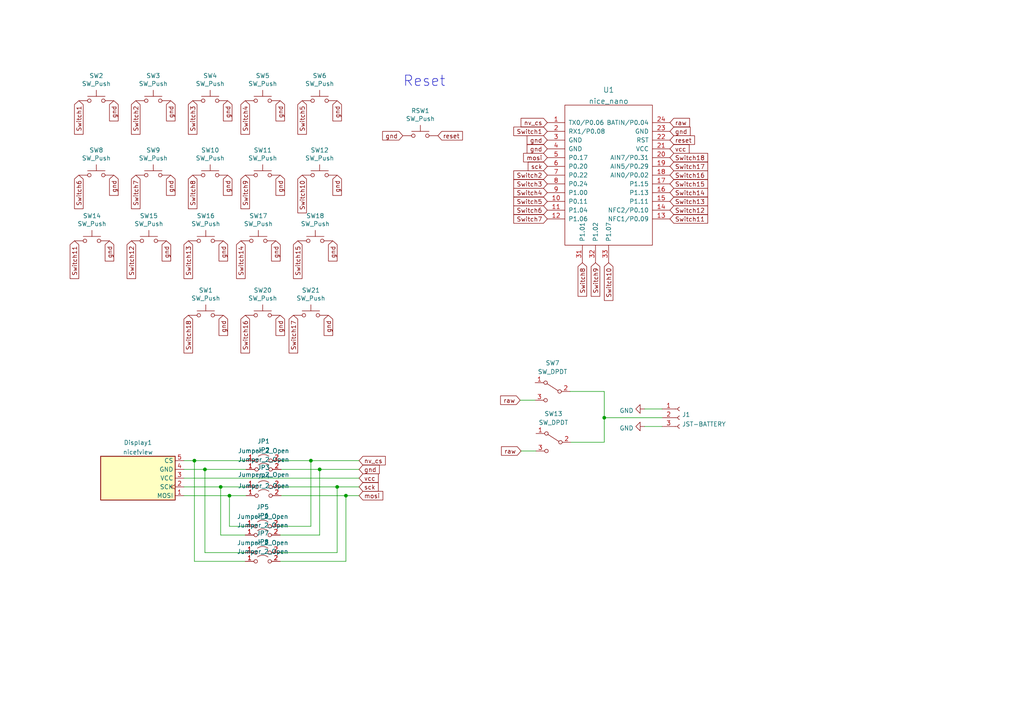
<source format=kicad_sch>
(kicad_sch (version 20211123) (generator eeschema)

  (uuid 4e66a44f-7fa6-4e16-bf9b-62ec864301a5)

  (paper "A4")

  (title_block
    (title "Sweep V2")
    (date "2021-03-10")
    (rev "0.1")
    (company "broomlabs")
  )

  (lib_symbols
    (symbol "Connector:Conn_01x03_Female" (pin_names (offset 1.016) hide) (in_bom yes) (on_board yes)
      (property "Reference" "J" (id 0) (at 0 5.08 0)
        (effects (font (size 1.27 1.27)))
      )
      (property "Value" "Conn_01x03_Female" (id 1) (at 0 -5.08 0)
        (effects (font (size 1.27 1.27)))
      )
      (property "Footprint" "" (id 2) (at 0 0 0)
        (effects (font (size 1.27 1.27)) hide)
      )
      (property "Datasheet" "~" (id 3) (at 0 0 0)
        (effects (font (size 1.27 1.27)) hide)
      )
      (property "ki_keywords" "connector" (id 4) (at 0 0 0)
        (effects (font (size 1.27 1.27)) hide)
      )
      (property "ki_description" "Generic connector, single row, 01x03, script generated (kicad-library-utils/schlib/autogen/connector/)" (id 5) (at 0 0 0)
        (effects (font (size 1.27 1.27)) hide)
      )
      (property "ki_fp_filters" "Connector*:*_1x??_*" (id 6) (at 0 0 0)
        (effects (font (size 1.27 1.27)) hide)
      )
      (symbol "Conn_01x03_Female_1_1"
        (arc (start 0 -2.032) (mid -0.508 -2.54) (end 0 -3.048)
          (stroke (width 0.1524) (type default) (color 0 0 0 0))
          (fill (type none))
        )
        (polyline
          (pts
            (xy -1.27 -2.54)
            (xy -0.508 -2.54)
          )
          (stroke (width 0.1524) (type default) (color 0 0 0 0))
          (fill (type none))
        )
        (polyline
          (pts
            (xy -1.27 0)
            (xy -0.508 0)
          )
          (stroke (width 0.1524) (type default) (color 0 0 0 0))
          (fill (type none))
        )
        (polyline
          (pts
            (xy -1.27 2.54)
            (xy -0.508 2.54)
          )
          (stroke (width 0.1524) (type default) (color 0 0 0 0))
          (fill (type none))
        )
        (arc (start 0 0.508) (mid -0.508 0) (end 0 -0.508)
          (stroke (width 0.1524) (type default) (color 0 0 0 0))
          (fill (type none))
        )
        (arc (start 0 3.048) (mid -0.508 2.54) (end 0 2.032)
          (stroke (width 0.1524) (type default) (color 0 0 0 0))
          (fill (type none))
        )
        (pin passive line (at -5.08 2.54 0) (length 3.81)
          (name "Pin_1" (effects (font (size 1.27 1.27))))
          (number "1" (effects (font (size 1.27 1.27))))
        )
        (pin passive line (at -5.08 0 0) (length 3.81)
          (name "Pin_2" (effects (font (size 1.27 1.27))))
          (number "2" (effects (font (size 1.27 1.27))))
        )
        (pin passive line (at -5.08 -2.54 0) (length 3.81)
          (name "Pin_3" (effects (font (size 1.27 1.27))))
          (number "3" (effects (font (size 1.27 1.27))))
        )
      )
    )
    (symbol "Jumper:Jumper_2_Open" (pin_names (offset 0) hide) (in_bom yes) (on_board yes)
      (property "Reference" "JP" (id 0) (at 0 2.794 0)
        (effects (font (size 1.27 1.27)))
      )
      (property "Value" "Jumper_2_Open" (id 1) (at 0 -2.286 0)
        (effects (font (size 1.27 1.27)))
      )
      (property "Footprint" "" (id 2) (at 0 0 0)
        (effects (font (size 1.27 1.27)) hide)
      )
      (property "Datasheet" "~" (id 3) (at 0 0 0)
        (effects (font (size 1.27 1.27)) hide)
      )
      (property "ki_keywords" "Jumper SPST" (id 4) (at 0 0 0)
        (effects (font (size 1.27 1.27)) hide)
      )
      (property "ki_description" "Jumper, 2-pole, open" (id 5) (at 0 0 0)
        (effects (font (size 1.27 1.27)) hide)
      )
      (property "ki_fp_filters" "Jumper* TestPoint*2Pads* TestPoint*Bridge*" (id 6) (at 0 0 0)
        (effects (font (size 1.27 1.27)) hide)
      )
      (symbol "Jumper_2_Open_0_0"
        (circle (center -2.032 0) (radius 0.508)
          (stroke (width 0) (type default) (color 0 0 0 0))
          (fill (type none))
        )
        (circle (center 2.032 0) (radius 0.508)
          (stroke (width 0) (type default) (color 0 0 0 0))
          (fill (type none))
        )
      )
      (symbol "Jumper_2_Open_0_1"
        (arc (start 1.524 1.27) (mid 0 1.778) (end -1.524 1.27)
          (stroke (width 0) (type default) (color 0 0 0 0))
          (fill (type none))
        )
      )
      (symbol "Jumper_2_Open_1_1"
        (pin passive line (at -5.08 0 0) (length 2.54)
          (name "A" (effects (font (size 1.27 1.27))))
          (number "1" (effects (font (size 1.27 1.27))))
        )
        (pin passive line (at 5.08 0 180) (length 2.54)
          (name "B" (effects (font (size 1.27 1.27))))
          (number "2" (effects (font (size 1.27 1.27))))
        )
      )
    )
    (symbol "Switch:SW_Push" (pin_numbers hide) (pin_names (offset 1.016) hide) (in_bom yes) (on_board yes)
      (property "Reference" "SW" (id 0) (at 1.27 2.54 0)
        (effects (font (size 1.27 1.27)) (justify left))
      )
      (property "Value" "SW_Push" (id 1) (at 0 -1.524 0)
        (effects (font (size 1.27 1.27)))
      )
      (property "Footprint" "" (id 2) (at 0 5.08 0)
        (effects (font (size 1.27 1.27)) hide)
      )
      (property "Datasheet" "~" (id 3) (at 0 5.08 0)
        (effects (font (size 1.27 1.27)) hide)
      )
      (property "ki_keywords" "switch normally-open pushbutton push-button" (id 4) (at 0 0 0)
        (effects (font (size 1.27 1.27)) hide)
      )
      (property "ki_description" "Push button switch, generic, two pins" (id 5) (at 0 0 0)
        (effects (font (size 1.27 1.27)) hide)
      )
      (symbol "SW_Push_0_1"
        (circle (center -2.032 0) (radius 0.508)
          (stroke (width 0) (type default) (color 0 0 0 0))
          (fill (type none))
        )
        (polyline
          (pts
            (xy 0 1.27)
            (xy 0 3.048)
          )
          (stroke (width 0) (type default) (color 0 0 0 0))
          (fill (type none))
        )
        (polyline
          (pts
            (xy 2.54 1.27)
            (xy -2.54 1.27)
          )
          (stroke (width 0) (type default) (color 0 0 0 0))
          (fill (type none))
        )
        (circle (center 2.032 0) (radius 0.508)
          (stroke (width 0) (type default) (color 0 0 0 0))
          (fill (type none))
        )
        (pin passive line (at -5.08 0 0) (length 2.54)
          (name "1" (effects (font (size 1.27 1.27))))
          (number "1" (effects (font (size 1.27 1.27))))
        )
        (pin passive line (at 5.08 0 180) (length 2.54)
          (name "2" (effects (font (size 1.27 1.27))))
          (number "2" (effects (font (size 1.27 1.27))))
        )
      )
    )
    (symbol "jiran-ble:SW_DPDT" (pin_names hide) (in_bom yes) (on_board yes)
      (property "Reference" "SW" (id 0) (at 0 7.62 0)
        (effects (font (size 1.27 1.27)))
      )
      (property "Value" "SW_DPDT" (id 1) (at 0 5.715 0)
        (effects (font (size 1.27 1.27)))
      )
      (property "Footprint" "" (id 2) (at 0.635 7.62 0)
        (effects (font (size 1.27 1.27)) hide)
      )
      (property "Datasheet" "" (id 3) (at 0.635 7.62 0)
        (effects (font (size 1.27 1.27)) hide)
      )
      (symbol "SW_DPDT_0_0"
        (circle (center -3.302 0) (radius 0.508)
          (stroke (width 0) (type default) (color 0 0 0 0))
          (fill (type none))
        )
        (circle (center 0.762 -2.54) (radius 0.508)
          (stroke (width 0) (type default) (color 0 0 0 0))
          (fill (type none))
        )
      )
      (symbol "SW_DPDT_0_1"
        (polyline
          (pts
            (xy -2.794 0.254)
            (xy 0.381 2.286)
          )
          (stroke (width 0) (type default) (color 0 0 0 0))
          (fill (type none))
        )
        (circle (center 0.762 2.54) (radius 0.508)
          (stroke (width 0) (type default) (color 0 0 0 0))
          (fill (type none))
        )
      )
      (symbol "SW_DPDT_1_1"
        (pin passive line (at 3.81 2.54 180) (length 2.54)
          (name "A" (effects (font (size 1.27 1.27))))
          (number "1" (effects (font (size 1.27 1.27))))
        )
        (pin passive line (at -6.35 0 0) (length 2.54)
          (name "B" (effects (font (size 1.27 1.27))))
          (number "2" (effects (font (size 1.27 1.27))))
        )
        (pin passive line (at 3.81 -2.54 180) (length 2.54)
          (name "C" (effects (font (size 1.27 1.27))))
          (number "3" (effects (font (size 1.27 1.27))))
        )
      )
    )
    (symbol "nice_nano:nice_nano" (pin_names (offset 1.016)) (in_bom yes) (on_board yes)
      (property "Reference" "U" (id 0) (at 0 0 0)
        (effects (font (size 1.524 1.524)))
      )
      (property "Value" "nice_nano" (id 1) (at 0 2.54 0)
        (effects (font (size 1.524 1.524)))
      )
      (property "Footprint" "" (id 2) (at 26.67 -63.5 90)
        (effects (font (size 1.524 1.524)) hide)
      )
      (property "Datasheet" "" (id 3) (at 26.67 -63.5 90)
        (effects (font (size 1.524 1.524)) hide)
      )
      (symbol "nice_nano_0_1"
        (rectangle (start -12.7 -21.59) (end 12.7 19.05)
          (stroke (width 0) (type default) (color 0 0 0 0))
          (fill (type none))
        )
      )
      (symbol "nice_nano_1_1"
        (pin input line (at -17.78 13.97 0) (length 5.08)
          (name "TX0/P0.06" (effects (font (size 1.27 1.27))))
          (number "1" (effects (font (size 1.27 1.27))))
        )
        (pin input line (at -17.78 -8.89 0) (length 5.08)
          (name "P0.11" (effects (font (size 1.27 1.27))))
          (number "10" (effects (font (size 1.27 1.27))))
        )
        (pin input line (at -17.78 -11.43 0) (length 5.08)
          (name "P1.04" (effects (font (size 1.27 1.27))))
          (number "11" (effects (font (size 1.27 1.27))))
        )
        (pin input line (at -17.78 -13.97 0) (length 5.08)
          (name "P1.06" (effects (font (size 1.27 1.27))))
          (number "12" (effects (font (size 1.27 1.27))))
        )
        (pin input line (at 17.78 -13.97 180) (length 5.08)
          (name "NFC1/P0.09" (effects (font (size 1.27 1.27))))
          (number "13" (effects (font (size 1.27 1.27))))
        )
        (pin input line (at 17.78 -11.43 180) (length 5.08)
          (name "NFC2/P0.10" (effects (font (size 1.27 1.27))))
          (number "14" (effects (font (size 1.27 1.27))))
        )
        (pin input line (at 17.78 -8.89 180) (length 5.08)
          (name "P1.11" (effects (font (size 1.27 1.27))))
          (number "15" (effects (font (size 1.27 1.27))))
        )
        (pin input line (at 17.78 -6.35 180) (length 5.08)
          (name "P1.13" (effects (font (size 1.27 1.27))))
          (number "16" (effects (font (size 1.27 1.27))))
        )
        (pin input line (at 17.78 -3.81 180) (length 5.08)
          (name "P1.15" (effects (font (size 1.27 1.27))))
          (number "17" (effects (font (size 1.27 1.27))))
        )
        (pin input line (at 17.78 -1.27 180) (length 5.08)
          (name "AIN0/P0.02" (effects (font (size 1.27 1.27))))
          (number "18" (effects (font (size 1.27 1.27))))
        )
        (pin input line (at 17.78 1.27 180) (length 5.08)
          (name "AIN5/P0.29" (effects (font (size 1.27 1.27))))
          (number "19" (effects (font (size 1.27 1.27))))
        )
        (pin input line (at -17.78 11.43 0) (length 5.08)
          (name "RX1/P0.08" (effects (font (size 1.27 1.27))))
          (number "2" (effects (font (size 1.27 1.27))))
        )
        (pin input line (at 17.78 3.81 180) (length 5.08)
          (name "AIN7/P0.31" (effects (font (size 1.27 1.27))))
          (number "20" (effects (font (size 1.27 1.27))))
        )
        (pin input line (at 17.78 6.35 180) (length 5.08)
          (name "VCC" (effects (font (size 1.27 1.27))))
          (number "21" (effects (font (size 1.27 1.27))))
        )
        (pin input line (at 17.78 8.89 180) (length 5.08)
          (name "RST" (effects (font (size 1.27 1.27))))
          (number "22" (effects (font (size 1.27 1.27))))
        )
        (pin input line (at 17.78 11.43 180) (length 5.08)
          (name "GND" (effects (font (size 1.27 1.27))))
          (number "23" (effects (font (size 1.27 1.27))))
        )
        (pin input line (at 17.78 13.97 180) (length 5.08)
          (name "BATIN/P0.04" (effects (font (size 1.27 1.27))))
          (number "24" (effects (font (size 1.27 1.27))))
        )
        (pin input line (at -17.78 8.89 0) (length 5.08)
          (name "GND" (effects (font (size 1.27 1.27))))
          (number "3" (effects (font (size 1.27 1.27))))
        )
        (pin input line (at -7.62 -26.67 90) (length 5.08)
          (name "P1.01" (effects (font (size 1.27 1.27))))
          (number "31" (effects (font (size 1.27 1.27))))
        )
        (pin input line (at -3.81 -26.67 90) (length 5.08)
          (name "P1.02" (effects (font (size 1.27 1.27))))
          (number "32" (effects (font (size 1.27 1.27))))
        )
        (pin input line (at 0 -26.67 90) (length 5.08)
          (name "P1.07" (effects (font (size 1.27 1.27))))
          (number "33" (effects (font (size 1.27 1.27))))
        )
        (pin input line (at -17.78 6.35 0) (length 5.08)
          (name "GND" (effects (font (size 1.27 1.27))))
          (number "4" (effects (font (size 1.27 1.27))))
        )
        (pin input line (at -17.78 3.81 0) (length 5.08)
          (name "P0.17" (effects (font (size 1.27 1.27))))
          (number "5" (effects (font (size 1.27 1.27))))
        )
        (pin input line (at -17.78 1.27 0) (length 5.08)
          (name "P0.20" (effects (font (size 1.27 1.27))))
          (number "6" (effects (font (size 1.27 1.27))))
        )
        (pin input line (at -17.78 -1.27 0) (length 5.08)
          (name "P0.22" (effects (font (size 1.27 1.27))))
          (number "7" (effects (font (size 1.27 1.27))))
        )
        (pin input line (at -17.78 -3.81 0) (length 5.08)
          (name "P0.24" (effects (font (size 1.27 1.27))))
          (number "8" (effects (font (size 1.27 1.27))))
        )
        (pin input line (at -17.78 -6.35 0) (length 5.08)
          (name "P1.00" (effects (font (size 1.27 1.27))))
          (number "9" (effects (font (size 1.27 1.27))))
        )
      )
    )
    (symbol "nice_view:nice!view" (in_bom yes) (on_board yes)
      (property "Reference" "Display" (id 0) (at 0 12.7 0)
        (effects (font (size 1.27 1.27)) (justify bottom))
      )
      (property "Value" "nice!view" (id 1) (at 0 0 0)
        (effects (font (size 1.27 1.27)))
      )
      (property "Footprint" "nice_view:nice_view" (id 2) (at 0 16.51 0)
        (effects (font (size 1.27 1.27)) hide)
      )
      (property "Datasheet" "https://nicekeyboards.com/docs/nice-view/pinout-schematic" (id 3) (at 2.54 -25.4 0)
        (effects (font (size 1.27 1.27)) hide)
      )
      (property "ki_keywords" "display MIP 36x14" (id 4) (at 0 0 0)
        (effects (font (size 1.27 1.27)) hide)
      )
      (property "ki_description" "Sharp LS011B7DH03 Memory in Pixel 160x68" (id 5) (at 0 0 0)
        (effects (font (size 1.27 1.27)) hide)
      )
      (property "ki_fp_filters" "nice*" (id 6) (at 0 0 0)
        (effects (font (size 1.27 1.27)) hide)
      )
      (symbol "nice!view_0_1"
        (rectangle (start -6.35 11.43) (end 6.35 -10.16)
          (stroke (width 0.254) (type default) (color 0 0 0 0))
          (fill (type background))
        )
      )
      (symbol "nice!view_1_1"
        (pin input line (at -5.08 -12.7 90) (length 2.54)
          (name "MOSI" (effects (font (size 1.27 1.27))))
          (number "1" (effects (font (size 1.27 1.27))))
        )
        (pin input clock (at -2.54 -12.7 90) (length 2.54)
          (name "SCK" (effects (font (size 1.27 1.27))))
          (number "2" (effects (font (size 1.27 1.27))))
        )
        (pin power_in line (at 0 -12.7 90) (length 2.54)
          (name "VCC" (effects (font (size 1.27 1.27))))
          (number "3" (effects (font (size 1.27 1.27))))
        )
        (pin power_out line (at 2.54 -12.7 90) (length 2.54)
          (name "GND" (effects (font (size 1.27 1.27))))
          (number "4" (effects (font (size 1.27 1.27))))
        )
        (pin passive line (at 5.08 -12.7 90) (length 2.54)
          (name "CS" (effects (font (size 1.27 1.27))))
          (number "5" (effects (font (size 1.27 1.27))))
        )
      )
    )
    (symbol "power:GND" (power) (pin_names (offset 0)) (in_bom yes) (on_board yes)
      (property "Reference" "#PWR" (id 0) (at 0 -6.35 0)
        (effects (font (size 1.27 1.27)) hide)
      )
      (property "Value" "GND" (id 1) (at 0 -3.81 0)
        (effects (font (size 1.27 1.27)))
      )
      (property "Footprint" "" (id 2) (at 0 0 0)
        (effects (font (size 1.27 1.27)) hide)
      )
      (property "Datasheet" "" (id 3) (at 0 0 0)
        (effects (font (size 1.27 1.27)) hide)
      )
      (property "ki_keywords" "power-flag" (id 4) (at 0 0 0)
        (effects (font (size 1.27 1.27)) hide)
      )
      (property "ki_description" "Power symbol creates a global label with name \"GND\" , ground" (id 5) (at 0 0 0)
        (effects (font (size 1.27 1.27)) hide)
      )
      (symbol "GND_0_1"
        (polyline
          (pts
            (xy 0 0)
            (xy 0 -1.27)
            (xy 1.27 -1.27)
            (xy 0 -2.54)
            (xy -1.27 -1.27)
            (xy 0 -1.27)
          )
          (stroke (width 0) (type default) (color 0 0 0 0))
          (fill (type none))
        )
      )
      (symbol "GND_1_1"
        (pin power_in line (at 0 0 270) (length 0) hide
          (name "GND" (effects (font (size 1.27 1.27))))
          (number "1" (effects (font (size 1.27 1.27))))
        )
      )
    )
  )

  (junction (at 66.548 143.764) (diameter 0) (color 0 0 0 0)
    (uuid 1d67afa1-b3eb-4622-85fb-73d999a4d346)
  )
  (junction (at 175.26 121.158) (diameter 0) (color 0 0 0 0)
    (uuid 30411b81-8c99-4c07-bf30-a897ce97e6dc)
  )
  (junction (at 100.33 143.764) (diameter 0) (color 0 0 0 0)
    (uuid 3a502be0-672c-4774-a829-89ee66e4bf37)
  )
  (junction (at 59.436 136.144) (diameter 0) (color 0 0 0 0)
    (uuid 4b19c00a-cf9d-4648-9ca1-879b7fe92102)
  )
  (junction (at 64.008 141.224) (diameter 0) (color 0 0 0 0)
    (uuid 866c91e2-288e-4fe1-80f4-62b235cb8d15)
  )
  (junction (at 92.71 136.144) (diameter 0) (color 0 0 0 0)
    (uuid b693d1b6-eee2-4910-a5c3-5441faa7ac7e)
  )
  (junction (at 56.388 133.604) (diameter 0) (color 0 0 0 0)
    (uuid c88b85e0-8940-4f10-b1c4-4f1ddd5f9842)
  )
  (junction (at 97.79 141.224) (diameter 0) (color 0 0 0 0)
    (uuid d646c0cd-038d-4590-970e-8be8385fb6a9)
  )
  (junction (at 90.17 133.604) (diameter 0) (color 0 0 0 0)
    (uuid e7fb191c-ce88-4d54-9c1d-fcea908467aa)
  )

  (wire (pts (xy 151.13 130.81) (xy 155.448 130.81))
    (stroke (width 0) (type default) (color 0 0 0 0))
    (uuid 0535d972-44ae-46bf-bf76-4618a07993d9)
  )
  (wire (pts (xy 100.33 143.764) (xy 100.33 162.814))
    (stroke (width 0) (type default) (color 0 0 0 0))
    (uuid 09cd499f-656f-4848-8890-0f9376d868d6)
  )
  (wire (pts (xy 53.34 141.224) (xy 64.008 141.224))
    (stroke (width 0) (type default) (color 0 0 0 0))
    (uuid 0c8a01d3-d4fd-4b41-8220-c70fd393fd8a)
  )
  (wire (pts (xy 71.12 155.194) (xy 64.008 155.194))
    (stroke (width 0) (type default) (color 0 0 0 0))
    (uuid 10321ab7-6eee-4033-a696-3d454d8d3a27)
  )
  (wire (pts (xy 66.548 152.654) (xy 66.548 143.764))
    (stroke (width 0) (type default) (color 0 0 0 0))
    (uuid 117c0ce1-5289-41c2-881c-83cd74710f69)
  )
  (wire (pts (xy 81.534 136.144) (xy 92.71 136.144))
    (stroke (width 0) (type default) (color 0 0 0 0))
    (uuid 1a741299-6b39-4a7f-bf68-ea7ab1be4e57)
  )
  (wire (pts (xy 175.26 121.158) (xy 175.26 128.27))
    (stroke (width 0) (type default) (color 0 0 0 0))
    (uuid 22041225-28ed-4a76-b7de-175064055eba)
  )
  (wire (pts (xy 81.534 141.224) (xy 97.79 141.224))
    (stroke (width 0) (type default) (color 0 0 0 0))
    (uuid 2de58fe7-8d02-4900-b1aa-1885c849c3d2)
  )
  (wire (pts (xy 56.388 133.604) (xy 71.374 133.604))
    (stroke (width 0) (type default) (color 0 0 0 0))
    (uuid 3e592fd3-cd28-4ae4-a39e-fb3480f669b4)
  )
  (wire (pts (xy 150.876 116.078) (xy 155.194 116.078))
    (stroke (width 0) (type default) (color 0 0 0 0))
    (uuid 3fff646c-e3c3-4bcb-980c-ed04fd3d3bdb)
  )
  (wire (pts (xy 81.28 152.654) (xy 90.17 152.654))
    (stroke (width 0) (type default) (color 0 0 0 0))
    (uuid 4819e671-dab9-487d-9739-22db9846b45c)
  )
  (wire (pts (xy 53.34 133.604) (xy 56.388 133.604))
    (stroke (width 0) (type default) (color 0 0 0 0))
    (uuid 4b3df2bd-6122-4d77-9431-2f7de7159c30)
  )
  (wire (pts (xy 59.436 136.144) (xy 71.374 136.144))
    (stroke (width 0) (type default) (color 0 0 0 0))
    (uuid 521b67cc-438c-4749-a7fb-38b33448aff4)
  )
  (wire (pts (xy 56.388 162.814) (xy 56.388 133.604))
    (stroke (width 0) (type default) (color 0 0 0 0))
    (uuid 54289e4f-2121-47a5-879a-7924292750ec)
  )
  (wire (pts (xy 59.436 160.274) (xy 59.436 136.144))
    (stroke (width 0) (type default) (color 0 0 0 0))
    (uuid 568bd35d-d51b-45f8-b375-b7fd01d1c6de)
  )
  (wire (pts (xy 71.12 160.274) (xy 59.436 160.274))
    (stroke (width 0) (type default) (color 0 0 0 0))
    (uuid 56c6fc37-de3c-4a7f-9f16-be02557d55ee)
  )
  (wire (pts (xy 90.17 152.654) (xy 90.17 133.604))
    (stroke (width 0) (type default) (color 0 0 0 0))
    (uuid 58d77d8b-8fe7-4c36-a7f8-2163b04f714a)
  )
  (wire (pts (xy 64.008 141.224) (xy 71.374 141.224))
    (stroke (width 0) (type default) (color 0 0 0 0))
    (uuid 62c4cf57-7a7b-491a-98fd-fbdafa09fb3c)
  )
  (wire (pts (xy 92.71 136.144) (xy 104.14 136.144))
    (stroke (width 0) (type default) (color 0 0 0 0))
    (uuid 68423df3-f53b-4b6a-88e9-18002a59fdcc)
  )
  (wire (pts (xy 186.944 123.698) (xy 192.024 123.698))
    (stroke (width 0) (type default) (color 0 0 0 0))
    (uuid 6cfa4840-d6c0-4914-a552-39172a002f0d)
  )
  (wire (pts (xy 175.26 121.158) (xy 175.26 113.538))
    (stroke (width 0) (type default) (color 0 0 0 0))
    (uuid 746b1397-2eca-46d9-9780-9258ca469581)
  )
  (wire (pts (xy 53.34 143.764) (xy 66.548 143.764))
    (stroke (width 0) (type default) (color 0 0 0 0))
    (uuid 76591019-92a5-434e-9b4d-ec1f5c8fd473)
  )
  (wire (pts (xy 66.548 143.764) (xy 71.374 143.764))
    (stroke (width 0) (type default) (color 0 0 0 0))
    (uuid 82e6a61e-39b5-4a28-b5b9-86f8cbfafc16)
  )
  (wire (pts (xy 71.12 162.814) (xy 56.388 162.814))
    (stroke (width 0) (type default) (color 0 0 0 0))
    (uuid 834fbafb-bacd-4c9c-a154-495ab19630ae)
  )
  (wire (pts (xy 175.26 121.158) (xy 192.024 121.158))
    (stroke (width 0) (type default) (color 0 0 0 0))
    (uuid 83eef698-b3cc-4fb3-b81d-5c57f3c03264)
  )
  (wire (pts (xy 64.008 155.194) (xy 64.008 141.224))
    (stroke (width 0) (type default) (color 0 0 0 0))
    (uuid 881e8def-bb79-459c-b52b-9bad6b61165f)
  )
  (wire (pts (xy 100.33 162.814) (xy 81.28 162.814))
    (stroke (width 0) (type default) (color 0 0 0 0))
    (uuid 88780aef-fe85-4715-9a4a-d38adccb67c7)
  )
  (wire (pts (xy 81.28 155.194) (xy 92.71 155.194))
    (stroke (width 0) (type default) (color 0 0 0 0))
    (uuid 9324a5d8-df10-40f4-a586-be13060eaaaa)
  )
  (wire (pts (xy 97.79 141.224) (xy 104.14 141.224))
    (stroke (width 0) (type default) (color 0 0 0 0))
    (uuid 9bad1c74-3854-48e7-a491-0f465b823a1b)
  )
  (wire (pts (xy 81.28 160.274) (xy 97.79 160.274))
    (stroke (width 0) (type default) (color 0 0 0 0))
    (uuid a5eb245b-4be7-4f70-b37d-a46c2edf1ea3)
  )
  (wire (pts (xy 92.71 155.194) (xy 92.71 136.144))
    (stroke (width 0) (type default) (color 0 0 0 0))
    (uuid a697a5ca-4246-4b8f-86b8-30c8f5ee34c5)
  )
  (wire (pts (xy 81.534 133.604) (xy 90.17 133.604))
    (stroke (width 0) (type default) (color 0 0 0 0))
    (uuid b49dd147-a0a9-459a-b88b-53222781dbc7)
  )
  (wire (pts (xy 175.26 113.538) (xy 165.354 113.538))
    (stroke (width 0) (type default) (color 0 0 0 0))
    (uuid c8f998ca-4c15-47ea-b2fb-c8d626dde215)
  )
  (wire (pts (xy 53.34 136.144) (xy 59.436 136.144))
    (stroke (width 0) (type default) (color 0 0 0 0))
    (uuid cd38cd6e-d6ab-4725-9232-a1484ce6f95e)
  )
  (wire (pts (xy 175.26 128.27) (xy 165.608 128.27))
    (stroke (width 0) (type default) (color 0 0 0 0))
    (uuid d711797c-888a-4c7b-89df-5ef421172fab)
  )
  (wire (pts (xy 71.12 152.654) (xy 66.548 152.654))
    (stroke (width 0) (type default) (color 0 0 0 0))
    (uuid d87bd80c-c30f-42b5-8809-25c132e99e31)
  )
  (wire (pts (xy 100.33 143.764) (xy 104.14 143.764))
    (stroke (width 0) (type default) (color 0 0 0 0))
    (uuid db5988d1-a17e-4310-8f55-d58a600200a2)
  )
  (wire (pts (xy 90.17 133.604) (xy 104.14 133.604))
    (stroke (width 0) (type default) (color 0 0 0 0))
    (uuid de909a9e-bfc1-4ce2-96b5-addd6c9417ff)
  )
  (wire (pts (xy 81.534 143.764) (xy 100.33 143.764))
    (stroke (width 0) (type default) (color 0 0 0 0))
    (uuid e3e44468-a358-427f-972e-c2871f852b24)
  )
  (wire (pts (xy 186.944 118.618) (xy 192.024 118.618))
    (stroke (width 0) (type default) (color 0 0 0 0))
    (uuid e7636845-0b66-4392-814a-827e7cecc4f4)
  )
  (wire (pts (xy 97.79 160.274) (xy 97.79 141.224))
    (stroke (width 0) (type default) (color 0 0 0 0))
    (uuid f2b82a77-94b4-4c26-ae12-424d3ace0f37)
  )
  (wire (pts (xy 53.34 138.684) (xy 104.14 138.684))
    (stroke (width 0) (type default) (color 0 0 0 0))
    (uuid f4da037c-42c7-435e-b2d1-34a9246cd840)
  )

  (text "Reset" (at 116.84 25.4 0)
    (effects (font (size 2.9972 2.9972)) (justify left bottom))
    (uuid 0755aee5-bc01-4cb5-b830-583289df50a3)
  )

  (global_label "Switch11" (shape input) (at 21.59 69.85 270) (fields_autoplaced)
    (effects (font (size 1.27 1.27)) (justify right))
    (uuid 0217dfc4-fc13-4699-99ad-d9948522648e)
    (property "Intersheet References" "${INTERSHEET_REFS}" (id 0) (at 0 0 0)
      (effects (font (size 1.27 1.27)) hide)
    )
  )
  (global_label "gnd" (shape input) (at 104.14 136.144 0) (fields_autoplaced)
    (effects (font (size 1.27 1.27)) (justify left))
    (uuid 058780fc-6a44-492f-a3f0-3c96060b36a6)
    (property "Intersheet References" "${INTERSHEET_REFS}" (id 0) (at 109.9113 136.2234 0)
      (effects (font (size 1.27 1.27)) (justify left) hide)
    )
  )
  (global_label "Switch3" (shape input) (at 55.88 29.21 270) (fields_autoplaced)
    (effects (font (size 1.27 1.27)) (justify right))
    (uuid 08a7c925-7fae-4530-b0c9-120e185cb318)
    (property "Intersheet References" "${INTERSHEET_REFS}" (id 0) (at 0 0 0)
      (effects (font (size 1.27 1.27)) hide)
    )
  )
  (global_label "gnd" (shape input) (at 33.02 29.21 270) (fields_autoplaced)
    (effects (font (size 1.27 1.27)) (justify right))
    (uuid 0b21a65d-d20b-411e-920a-75c343ac5136)
    (property "Intersheet References" "${INTERSHEET_REFS}" (id 0) (at 0 0 0)
      (effects (font (size 1.27 1.27)) hide)
    )
  )
  (global_label "gnd" (shape input) (at 158.75 40.64 180) (fields_autoplaced)
    (effects (font (size 1.27 1.27)) (justify right))
    (uuid 0eaa98f0-9565-4637-ace3-42a5231b07f7)
    (property "Intersheet References" "${INTERSHEET_REFS}" (id 0) (at 0 0 0)
      (effects (font (size 1.27 1.27)) hide)
    )
  )
  (global_label "reset" (shape input) (at 127 39.37 0) (fields_autoplaced)
    (effects (font (size 1.27 1.27)) (justify left))
    (uuid 0f22151c-f260-4674-b486-4710a2c42a55)
    (property "Intersheet References" "${INTERSHEET_REFS}" (id 0) (at 0 0 0)
      (effects (font (size 1.27 1.27)) hide)
    )
  )
  (global_label "reset" (shape input) (at 194.31 40.64 0) (fields_autoplaced)
    (effects (font (size 1.27 1.27)) (justify left))
    (uuid 127679a9-3981-4934-815e-896a4e3ff56e)
    (property "Intersheet References" "${INTERSHEET_REFS}" (id 0) (at 0 0 0)
      (effects (font (size 1.27 1.27)) hide)
    )
  )
  (global_label "Switch17" (shape input) (at 85.09 91.44 270) (fields_autoplaced)
    (effects (font (size 1.27 1.27)) (justify right))
    (uuid 1a6d2848-e78e-49fe-8978-e1890f07836f)
    (property "Intersheet References" "${INTERSHEET_REFS}" (id 0) (at 0 0 0)
      (effects (font (size 1.27 1.27)) hide)
    )
  )
  (global_label "gnd" (shape input) (at 81.28 50.8 270) (fields_autoplaced)
    (effects (font (size 1.27 1.27)) (justify right))
    (uuid 1bf544e3-5940-4576-9291-2464e95c0ee2)
    (property "Intersheet References" "${INTERSHEET_REFS}" (id 0) (at 0 0 0)
      (effects (font (size 1.27 1.27)) hide)
    )
  )
  (global_label "Switch12" (shape input) (at 194.31 60.96 0) (fields_autoplaced)
    (effects (font (size 1.27 1.27)) (justify left))
    (uuid 1e1b062d-fad0-427c-a622-c5b8a80b5268)
    (property "Intersheet References" "${INTERSHEET_REFS}" (id 0) (at 353.06 109.22 0)
      (effects (font (size 1.27 1.27)) hide)
    )
  )
  (global_label "vcc" (shape input) (at 194.31 43.18 0) (fields_autoplaced)
    (effects (font (size 1.27 1.27)) (justify left))
    (uuid 1e8701fc-ad24-40ea-846a-e3db538d6077)
    (property "Intersheet References" "${INTERSHEET_REFS}" (id 0) (at 0 0 0)
      (effects (font (size 1.27 1.27)) hide)
    )
  )
  (global_label "Switch5" (shape input) (at 87.63 29.21 270) (fields_autoplaced)
    (effects (font (size 1.27 1.27)) (justify right))
    (uuid 240e07e1-770b-4b27-894f-29fd601c924d)
    (property "Intersheet References" "${INTERSHEET_REFS}" (id 0) (at 0 0 0)
      (effects (font (size 1.27 1.27)) hide)
    )
  )
  (global_label "gnd" (shape input) (at 48.26 69.85 270) (fields_autoplaced)
    (effects (font (size 1.27 1.27)) (justify right))
    (uuid 2d210a96-f81f-42a9-8bf4-1b43c11086f3)
    (property "Intersheet References" "${INTERSHEET_REFS}" (id 0) (at 0 0 0)
      (effects (font (size 1.27 1.27)) hide)
    )
  )
  (global_label "Switch1" (shape input) (at 22.86 29.21 270) (fields_autoplaced)
    (effects (font (size 1.27 1.27)) (justify right))
    (uuid 2d6db888-4e40-41c8-b701-07170fc894bc)
    (property "Intersheet References" "${INTERSHEET_REFS}" (id 0) (at 0 0 0)
      (effects (font (size 1.27 1.27)) hide)
    )
  )
  (global_label "Switch14" (shape input) (at 194.31 55.88 0) (fields_autoplaced)
    (effects (font (size 1.27 1.27)) (justify left))
    (uuid 2e642b3e-a476-4c54-9a52-dcea955640cd)
    (property "Intersheet References" "${INTERSHEET_REFS}" (id 0) (at 353.06 109.22 0)
      (effects (font (size 1.27 1.27)) hide)
    )
  )
  (global_label "Switch13" (shape input) (at 194.31 58.42 0) (fields_autoplaced)
    (effects (font (size 1.27 1.27)) (justify left))
    (uuid 30f15357-ce1d-48b9-93dc-7d9b1b2aa048)
    (property "Intersheet References" "${INTERSHEET_REFS}" (id 0) (at 353.06 109.22 0)
      (effects (font (size 1.27 1.27)) hide)
    )
  )
  (global_label "gnd" (shape input) (at 81.28 91.44 270) (fields_autoplaced)
    (effects (font (size 1.27 1.27)) (justify right))
    (uuid 31e08896-1992-4725-96d9-9d2728bca7a3)
    (property "Intersheet References" "${INTERSHEET_REFS}" (id 0) (at 0 0 0)
      (effects (font (size 1.27 1.27)) hide)
    )
  )
  (global_label "Switch13" (shape input) (at 54.61 69.85 270) (fields_autoplaced)
    (effects (font (size 1.27 1.27)) (justify right))
    (uuid 3a7648d8-121a-4921-9b92-9b35b76ce39b)
    (property "Intersheet References" "${INTERSHEET_REFS}" (id 0) (at 0 0 0)
      (effects (font (size 1.27 1.27)) hide)
    )
  )
  (global_label "Switch10" (shape input) (at 176.53 76.2 270) (fields_autoplaced)
    (effects (font (size 1.27 1.27)) (justify right))
    (uuid 3b838d52-596d-4e4d-a6ac-e4c8e7621137)
    (property "Intersheet References" "${INTERSHEET_REFS}" (id 0) (at 140.97 234.95 0)
      (effects (font (size 1.27 1.27)) hide)
    )
  )
  (global_label "Switch14" (shape input) (at 69.85 69.85 270) (fields_autoplaced)
    (effects (font (size 1.27 1.27)) (justify right))
    (uuid 3e903008-0276-4a73-8edb-5d9dfde6297c)
    (property "Intersheet References" "${INTERSHEET_REFS}" (id 0) (at 0 0 0)
      (effects (font (size 1.27 1.27)) hide)
    )
  )
  (global_label "gnd" (shape input) (at 66.04 50.8 270) (fields_autoplaced)
    (effects (font (size 1.27 1.27)) (justify right))
    (uuid 42713045-fffd-4b2d-ae1e-7232d705fb12)
    (property "Intersheet References" "${INTERSHEET_REFS}" (id 0) (at 0 0 0)
      (effects (font (size 1.27 1.27)) hide)
    )
  )
  (global_label "Switch8" (shape input) (at 168.91 76.2 270) (fields_autoplaced)
    (effects (font (size 1.27 1.27)) (justify right))
    (uuid 44d8279a-9cd1-4db6-856f-0363131605fc)
    (property "Intersheet References" "${INTERSHEET_REFS}" (id 0) (at 229.87 -118.11 0)
      (effects (font (size 1.27 1.27)) hide)
    )
  )
  (global_label "Switch16" (shape input) (at 71.12 91.44 270) (fields_autoplaced)
    (effects (font (size 1.27 1.27)) (justify right))
    (uuid 45008225-f50f-4d6b-b508-6730a9408caf)
    (property "Intersheet References" "${INTERSHEET_REFS}" (id 0) (at 0 0 0)
      (effects (font (size 1.27 1.27)) hide)
    )
  )
  (global_label "nv_cs" (shape input) (at 158.75 35.56 180) (fields_autoplaced)
    (effects (font (size 1.27 1.27)) (justify right))
    (uuid 498a86d5-fa46-4c92-b9d0-4c1e5bfcad3f)
    (property "Intersheet References" "${INTERSHEET_REFS}" (id 0) (at 151.2248 35.4806 0)
      (effects (font (size 1.27 1.27)) (justify right) hide)
    )
  )
  (global_label "sck" (shape input) (at 158.75 48.26 180) (fields_autoplaced)
    (effects (font (size 1.27 1.27)) (justify right))
    (uuid 4e78207f-405f-4669-a8fd-fb3477b8ade1)
    (property "Intersheet References" "${INTERSHEET_REFS}" (id 0) (at 153.281 48.1806 0)
      (effects (font (size 1.27 1.27)) (justify right) hide)
    )
  )
  (global_label "Switch7" (shape input) (at 158.75 63.5 180) (fields_autoplaced)
    (effects (font (size 1.27 1.27)) (justify right))
    (uuid 4fb02e58-160a-4a39-9f22-d0c75e82ee72)
    (property "Intersheet References" "${INTERSHEET_REFS}" (id 0) (at 353.06 121.92 0)
      (effects (font (size 1.27 1.27)) hide)
    )
  )
  (global_label "Switch2" (shape input) (at 39.37 29.21 270) (fields_autoplaced)
    (effects (font (size 1.27 1.27)) (justify right))
    (uuid 5528bcad-2950-4673-90eb-c37e6952c475)
    (property "Intersheet References" "${INTERSHEET_REFS}" (id 0) (at 0 0 0)
      (effects (font (size 1.27 1.27)) hide)
    )
  )
  (global_label "Switch4" (shape input) (at 158.75 55.88 180) (fields_autoplaced)
    (effects (font (size 1.27 1.27)) (justify right))
    (uuid 55e740a3-0735-4744-896e-2bf5437093b9)
    (property "Intersheet References" "${INTERSHEET_REFS}" (id 0) (at 353.06 104.14 0)
      (effects (font (size 1.27 1.27)) hide)
    )
  )
  (global_label "Switch9" (shape input) (at 71.12 50.8 270) (fields_autoplaced)
    (effects (font (size 1.27 1.27)) (justify right))
    (uuid 61fe293f-6808-4b7f-9340-9aaac7054a97)
    (property "Intersheet References" "${INTERSHEET_REFS}" (id 0) (at 0 0 0)
      (effects (font (size 1.27 1.27)) hide)
    )
  )
  (global_label "Switch1" (shape input) (at 158.75 38.1 180) (fields_autoplaced)
    (effects (font (size 1.27 1.27)) (justify right))
    (uuid 62c076a3-d618-44a2-9042-9a08b3576787)
    (property "Intersheet References" "${INTERSHEET_REFS}" (id 0) (at 0 -17.78 0)
      (effects (font (size 1.27 1.27)) hide)
    )
  )
  (global_label "Switch8" (shape input) (at 55.88 50.8 270) (fields_autoplaced)
    (effects (font (size 1.27 1.27)) (justify right))
    (uuid 63ff1c93-3f96-4c33-b498-5dd8c33bccc0)
    (property "Intersheet References" "${INTERSHEET_REFS}" (id 0) (at 0 0 0)
      (effects (font (size 1.27 1.27)) hide)
    )
  )
  (global_label "Switch15" (shape input) (at 86.36 69.85 270) (fields_autoplaced)
    (effects (font (size 1.27 1.27)) (justify right))
    (uuid 6475547d-3216-45a4-a15c-48314f1dd0f9)
    (property "Intersheet References" "${INTERSHEET_REFS}" (id 0) (at 0 0 0)
      (effects (font (size 1.27 1.27)) hide)
    )
  )
  (global_label "Switch9" (shape input) (at 172.72 76.2 270) (fields_autoplaced)
    (effects (font (size 1.27 1.27)) (justify right))
    (uuid 66116376-6967-4178-9f23-a26cdeafc400)
    (property "Intersheet References" "${INTERSHEET_REFS}" (id 0) (at 236.22 -118.11 0)
      (effects (font (size 1.27 1.27)) hide)
    )
  )
  (global_label "Switch12" (shape input) (at 38.1 69.85 270) (fields_autoplaced)
    (effects (font (size 1.27 1.27)) (justify right))
    (uuid 6bfe5804-2ef9-4c65-b2a7-f01e4014370a)
    (property "Intersheet References" "${INTERSHEET_REFS}" (id 0) (at 0 0 0)
      (effects (font (size 1.27 1.27)) hide)
    )
  )
  (global_label "gnd" (shape input) (at 66.04 29.21 270) (fields_autoplaced)
    (effects (font (size 1.27 1.27)) (justify right))
    (uuid 6c2e273e-743c-4f1e-a647-4171f8122550)
    (property "Intersheet References" "${INTERSHEET_REFS}" (id 0) (at 0 0 0)
      (effects (font (size 1.27 1.27)) hide)
    )
  )
  (global_label "raw" (shape input) (at 151.13 130.81 180) (fields_autoplaced)
    (effects (font (size 1.27 1.27)) (justify right))
    (uuid 6da629ac-f580-4a2b-9359-98bda1080f3f)
    (property "Intersheet References" "${INTERSHEET_REFS}" (id 0) (at 345.44 166.37 0)
      (effects (font (size 1.27 1.27)) hide)
    )
  )
  (global_label "Switch3" (shape input) (at 158.75 53.34 180) (fields_autoplaced)
    (effects (font (size 1.27 1.27)) (justify right))
    (uuid 71c31975-2c45-4d18-a25a-18e07a55d11e)
    (property "Intersheet References" "${INTERSHEET_REFS}" (id 0) (at 353.06 104.14 0)
      (effects (font (size 1.27 1.27)) hide)
    )
  )
  (global_label "Switch6" (shape input) (at 158.75 60.96 180) (fields_autoplaced)
    (effects (font (size 1.27 1.27)) (justify right))
    (uuid 77ed3941-d133-4aef-a9af-5a39322d14eb)
    (property "Intersheet References" "${INTERSHEET_REFS}" (id 0) (at 353.06 116.84 0)
      (effects (font (size 1.27 1.27)) hide)
    )
  )
  (global_label "gnd" (shape input) (at 97.79 29.21 270) (fields_autoplaced)
    (effects (font (size 1.27 1.27)) (justify right))
    (uuid 7aed3a71-054b-4aaa-9c0a-030523c32827)
    (property "Intersheet References" "${INTERSHEET_REFS}" (id 0) (at 0 0 0)
      (effects (font (size 1.27 1.27)) hide)
    )
  )
  (global_label "gnd" (shape input) (at 81.28 29.21 270) (fields_autoplaced)
    (effects (font (size 1.27 1.27)) (justify right))
    (uuid 7dc880bc-e7eb-4cce-8d8c-0b65a9dd788e)
    (property "Intersheet References" "${INTERSHEET_REFS}" (id 0) (at 0 0 0)
      (effects (font (size 1.27 1.27)) hide)
    )
  )
  (global_label "gnd" (shape input) (at 80.01 69.85 270) (fields_autoplaced)
    (effects (font (size 1.27 1.27)) (justify right))
    (uuid 80094b70-85ab-4ff6-934b-60d5ee65023a)
    (property "Intersheet References" "${INTERSHEET_REFS}" (id 0) (at 0 0 0)
      (effects (font (size 1.27 1.27)) hide)
    )
  )
  (global_label "gnd" (shape input) (at 158.75 43.18 180) (fields_autoplaced)
    (effects (font (size 1.27 1.27)) (justify right))
    (uuid 8174b4de-74b1-48db-ab8e-c8432251095b)
    (property "Intersheet References" "${INTERSHEET_REFS}" (id 0) (at 0 0 0)
      (effects (font (size 1.27 1.27)) hide)
    )
  )
  (global_label "gnd" (shape input) (at 95.25 91.44 270) (fields_autoplaced)
    (effects (font (size 1.27 1.27)) (justify right))
    (uuid 852dabbf-de45-4470-8176-59d37a754407)
    (property "Intersheet References" "${INTERSHEET_REFS}" (id 0) (at 0 0 0)
      (effects (font (size 1.27 1.27)) hide)
    )
  )
  (global_label "Switch10" (shape input) (at 87.63 50.8 270) (fields_autoplaced)
    (effects (font (size 1.27 1.27)) (justify right))
    (uuid 8da933a9-35f8-42e6-8504-d1bab7264306)
    (property "Intersheet References" "${INTERSHEET_REFS}" (id 0) (at 0 0 0)
      (effects (font (size 1.27 1.27)) hide)
    )
  )
  (global_label "gnd" (shape input) (at 64.77 69.85 270) (fields_autoplaced)
    (effects (font (size 1.27 1.27)) (justify right))
    (uuid 922058ca-d09a-45fd-8394-05f3e2c1e03a)
    (property "Intersheet References" "${INTERSHEET_REFS}" (id 0) (at 0 0 0)
      (effects (font (size 1.27 1.27)) hide)
    )
  )
  (global_label "gnd" (shape input) (at 116.84 39.37 180) (fields_autoplaced)
    (effects (font (size 1.27 1.27)) (justify right))
    (uuid 9340c285-5767-42d5-8b6d-63fe2a40ddf3)
    (property "Intersheet References" "${INTERSHEET_REFS}" (id 0) (at 0 0 0)
      (effects (font (size 1.27 1.27)) hide)
    )
  )
  (global_label "gnd" (shape input) (at 49.53 29.21 270) (fields_autoplaced)
    (effects (font (size 1.27 1.27)) (justify right))
    (uuid 94a873dc-af67-4ef9-8159-1f7c93eeb3d7)
    (property "Intersheet References" "${INTERSHEET_REFS}" (id 0) (at 0 0 0)
      (effects (font (size 1.27 1.27)) hide)
    )
  )
  (global_label "raw" (shape input) (at 150.876 116.078 180) (fields_autoplaced)
    (effects (font (size 1.27 1.27)) (justify right))
    (uuid 968d2a7b-ce63-47bf-836c-e82eb0b7b05d)
    (property "Intersheet References" "${INTERSHEET_REFS}" (id 0) (at 345.186 151.638 0)
      (effects (font (size 1.27 1.27)) hide)
    )
  )
  (global_label "gnd" (shape input) (at 31.75 69.85 270) (fields_autoplaced)
    (effects (font (size 1.27 1.27)) (justify right))
    (uuid a1823eb2-fb0d-4ed8-8b96-04184ac3a9d5)
    (property "Intersheet References" "${INTERSHEET_REFS}" (id 0) (at 0 0 0)
      (effects (font (size 1.27 1.27)) hide)
    )
  )
  (global_label "Switch16" (shape input) (at 194.31 50.8 0) (fields_autoplaced)
    (effects (font (size 1.27 1.27)) (justify left))
    (uuid a3e4f0ae-9f86-49e9-b386-ed8b42e012fb)
    (property "Intersheet References" "${INTERSHEET_REFS}" (id 0) (at 353.06 111.76 0)
      (effects (font (size 1.27 1.27)) hide)
    )
  )
  (global_label "gnd" (shape input) (at 49.53 50.8 270) (fields_autoplaced)
    (effects (font (size 1.27 1.27)) (justify right))
    (uuid aa14c3bd-4acc-4908-9d28-228585a22a9d)
    (property "Intersheet References" "${INTERSHEET_REFS}" (id 0) (at 0 0 0)
      (effects (font (size 1.27 1.27)) hide)
    )
  )
  (global_label "Switch15" (shape input) (at 194.31 53.34 0) (fields_autoplaced)
    (effects (font (size 1.27 1.27)) (justify left))
    (uuid ac264c30-3e9a-4be2-b97a-9949b68bd497)
    (property "Intersheet References" "${INTERSHEET_REFS}" (id 0) (at 353.06 111.76 0)
      (effects (font (size 1.27 1.27)) hide)
    )
  )
  (global_label "Switch2" (shape input) (at 158.75 50.8 180) (fields_autoplaced)
    (effects (font (size 1.27 1.27)) (justify right))
    (uuid afb8e687-4a13-41a1-b8c0-89a749e897fe)
    (property "Intersheet References" "${INTERSHEET_REFS}" (id 0) (at 353.06 104.14 0)
      (effects (font (size 1.27 1.27)) hide)
    )
  )
  (global_label "mosi" (shape input) (at 158.75 45.72 180) (fields_autoplaced)
    (effects (font (size 1.27 1.27)) (justify right))
    (uuid b0cbc245-7ad6-492d-89a2-756c4b74d37e)
    (property "Intersheet References" "${INTERSHEET_REFS}" (id 0) (at 151.9506 45.6406 0)
      (effects (font (size 1.27 1.27)) (justify right) hide)
    )
  )
  (global_label "sck" (shape input) (at 104.14 141.224 0) (fields_autoplaced)
    (effects (font (size 1.27 1.27)) (justify left))
    (uuid bba93317-850d-4b53-bcd2-7f3010d6f77f)
    (property "Intersheet References" "${INTERSHEET_REFS}" (id 0) (at 109.609 141.1446 0)
      (effects (font (size 1.27 1.27)) (justify left) hide)
    )
  )
  (global_label "gnd" (shape input) (at 97.79 50.8 270) (fields_autoplaced)
    (effects (font (size 1.27 1.27)) (justify right))
    (uuid bdc7face-9f7c-4701-80bb-4cc144448db1)
    (property "Intersheet References" "${INTERSHEET_REFS}" (id 0) (at 0 0 0)
      (effects (font (size 1.27 1.27)) hide)
    )
  )
  (global_label "gnd" (shape input) (at 96.52 69.85 270) (fields_autoplaced)
    (effects (font (size 1.27 1.27)) (justify right))
    (uuid bfc0aadc-38cf-466e-a642-68fdc3138c78)
    (property "Intersheet References" "${INTERSHEET_REFS}" (id 0) (at 0 0 0)
      (effects (font (size 1.27 1.27)) hide)
    )
  )
  (global_label "Switch7" (shape input) (at 39.37 50.8 270) (fields_autoplaced)
    (effects (font (size 1.27 1.27)) (justify right))
    (uuid c01d25cd-f4bb-4ef3-b5ea-533a2a4ddb2b)
    (property "Intersheet References" "${INTERSHEET_REFS}" (id 0) (at 0 0 0)
      (effects (font (size 1.27 1.27)) hide)
    )
  )
  (global_label "Switch5" (shape input) (at 158.75 58.42 180) (fields_autoplaced)
    (effects (font (size 1.27 1.27)) (justify right))
    (uuid c022004a-c968-410e-b59e-fbab0e561e9d)
    (property "Intersheet References" "${INTERSHEET_REFS}" (id 0) (at 353.06 104.14 0)
      (effects (font (size 1.27 1.27)) hide)
    )
  )
  (global_label "Switch17" (shape input) (at 194.31 48.26 0) (fields_autoplaced)
    (effects (font (size 1.27 1.27)) (justify left))
    (uuid c144caa5-b0d4-4cef-840a-d4ad178a2102)
    (property "Intersheet References" "${INTERSHEET_REFS}" (id 0) (at 353.06 111.76 0)
      (effects (font (size 1.27 1.27)) hide)
    )
  )
  (global_label "Switch4" (shape input) (at 71.12 29.21 270) (fields_autoplaced)
    (effects (font (size 1.27 1.27)) (justify right))
    (uuid cbd8faed-e1f8-4406-87c8-58b2c504a5d4)
    (property "Intersheet References" "${INTERSHEET_REFS}" (id 0) (at 0 0 0)
      (effects (font (size 1.27 1.27)) hide)
    )
  )
  (global_label "gnd" (shape input) (at 33.02 50.8 270) (fields_autoplaced)
    (effects (font (size 1.27 1.27)) (justify right))
    (uuid d57dcfee-5058-4fc2-a68b-05f9a48f685b)
    (property "Intersheet References" "${INTERSHEET_REFS}" (id 0) (at 0 0 0)
      (effects (font (size 1.27 1.27)) hide)
    )
  )
  (global_label "vcc" (shape input) (at 104.14 138.684 0) (fields_autoplaced)
    (effects (font (size 1.27 1.27)) (justify left))
    (uuid d98ad598-86a9-438c-b488-8f57b4ff1835)
    (property "Intersheet References" "${INTERSHEET_REFS}" (id 0) (at 109.609 138.7634 0)
      (effects (font (size 1.27 1.27)) (justify left) hide)
    )
  )
  (global_label "Switch18" (shape input) (at 54.61 91.44 270) (fields_autoplaced)
    (effects (font (size 1.27 1.27)) (justify right))
    (uuid d991c167-1dea-4995-a07f-065e6cec8b5a)
    (property "Intersheet References" "${INTERSHEET_REFS}" (id 0) (at 54.5306 102.2913 90)
      (effects (font (size 1.27 1.27)) (justify right) hide)
    )
  )
  (global_label "raw" (shape input) (at 194.31 35.56 0) (fields_autoplaced)
    (effects (font (size 1.27 1.27)) (justify left))
    (uuid df68c26a-03b5-4466-aecf-ba34b7dce6b7)
    (property "Intersheet References" "${INTERSHEET_REFS}" (id 0) (at 0 0 0)
      (effects (font (size 1.27 1.27)) hide)
    )
  )
  (global_label "Switch11" (shape input) (at 194.31 63.5 0) (fields_autoplaced)
    (effects (font (size 1.27 1.27)) (justify left))
    (uuid e10b5627-3247-4c86-b9f6-ef474ca11543)
    (property "Intersheet References" "${INTERSHEET_REFS}" (id 0) (at 353.06 109.22 0)
      (effects (font (size 1.27 1.27)) hide)
    )
  )
  (global_label "gnd" (shape input) (at 64.77 91.44 270) (fields_autoplaced)
    (effects (font (size 1.27 1.27)) (justify right))
    (uuid e4316383-8b1b-4b35-a6e1-7c8874cd179e)
    (property "Intersheet References" "${INTERSHEET_REFS}" (id 0) (at -30.48 0 0)
      (effects (font (size 1.27 1.27)) hide)
    )
  )
  (global_label "mosi" (shape input) (at 104.14 143.764 0) (fields_autoplaced)
    (effects (font (size 1.27 1.27)) (justify left))
    (uuid edc41432-d202-4ec1-b0d8-375d3c539816)
    (property "Intersheet References" "${INTERSHEET_REFS}" (id 0) (at 110.9394 143.6846 0)
      (effects (font (size 1.27 1.27)) (justify left) hide)
    )
  )
  (global_label "Switch6" (shape input) (at 22.86 50.8 270) (fields_autoplaced)
    (effects (font (size 1.27 1.27)) (justify right))
    (uuid ee27d19c-8dca-4ac8-a760-6dfd54d28071)
    (property "Intersheet References" "${INTERSHEET_REFS}" (id 0) (at 0 0 0)
      (effects (font (size 1.27 1.27)) hide)
    )
  )
  (global_label "nv_cs" (shape input) (at 104.14 133.604 0) (fields_autoplaced)
    (effects (font (size 1.27 1.27)) (justify left))
    (uuid f1b27f8b-acfe-4f14-8d80-2cd4d37dcaf5)
    (property "Intersheet References" "${INTERSHEET_REFS}" (id 0) (at 111.6652 133.6834 0)
      (effects (font (size 1.27 1.27)) (justify left) hide)
    )
  )
  (global_label "Switch18" (shape input) (at 194.31 45.72 0) (fields_autoplaced)
    (effects (font (size 1.27 1.27)) (justify left))
    (uuid f43e9d15-b25e-4f87-b4ed-555ffa27c3df)
    (property "Intersheet References" "${INTERSHEET_REFS}" (id 0) (at 205.1613 45.7994 0)
      (effects (font (size 1.27 1.27)) (justify left) hide)
    )
  )
  (global_label "gnd" (shape input) (at 194.31 38.1 0) (fields_autoplaced)
    (effects (font (size 1.27 1.27)) (justify left))
    (uuid f71da641-16e6-4257-80c3-0b9d804fee4f)
    (property "Intersheet References" "${INTERSHEET_REFS}" (id 0) (at 0 0 0)
      (effects (font (size 1.27 1.27)) hide)
    )
  )

  (symbol (lib_id "Switch:SW_Push") (at 27.94 29.21 0) (unit 1)
    (in_bom yes) (on_board yes)
    (uuid 00000000-0000-0000-0000-00006049e323)
    (property "Reference" "SW2" (id 0) (at 27.94 21.971 0))
    (property "Value" "SW_Push" (id 1) (at 27.94 24.2824 0))
    (property "Footprint" "fingerpunch:Kailh_socket_PG1350_optional_reversible_millmax" (id 2) (at 27.94 24.13 0)
      (effects (font (size 1.27 1.27)) hide)
    )
    (property "Datasheet" "~" (id 3) (at 27.94 24.13 0)
      (effects (font (size 1.27 1.27)) hide)
    )
    (pin "1" (uuid 5da06777-0696-4bb2-8c9a-78c96b4b3e90))
    (pin "2" (uuid 1d6c2d6c-bee0-401d-9749-98f17833afdd))
  )

  (symbol (lib_id "Switch:SW_Push") (at 44.45 29.21 0) (unit 1)
    (in_bom yes) (on_board yes)
    (uuid 00000000-0000-0000-0000-00006049e7c0)
    (property "Reference" "SW3" (id 0) (at 44.45 21.971 0))
    (property "Value" "SW_Push" (id 1) (at 44.45 24.2824 0))
    (property "Footprint" "fingerpunch:Kailh_socket_PG1350_optional_reversible_millmax" (id 2) (at 44.45 24.13 0)
      (effects (font (size 1.27 1.27)) hide)
    )
    (property "Datasheet" "~" (id 3) (at 44.45 24.13 0)
      (effects (font (size 1.27 1.27)) hide)
    )
    (pin "1" (uuid f8e927af-4836-4b0f-8a57-dbca5a18a442))
    (pin "2" (uuid 72733f59-fc61-4ff2-8fe5-0440be71758a))
  )

  (symbol (lib_id "Switch:SW_Push") (at 60.96 29.21 0) (unit 1)
    (in_bom yes) (on_board yes)
    (uuid 00000000-0000-0000-0000-00006049eb70)
    (property "Reference" "SW4" (id 0) (at 60.96 21.971 0))
    (property "Value" "SW_Push" (id 1) (at 60.96 24.2824 0))
    (property "Footprint" "fingerpunch:Kailh_socket_PG1350_optional_reversible_millmax" (id 2) (at 60.96 24.13 0)
      (effects (font (size 1.27 1.27)) hide)
    )
    (property "Datasheet" "~" (id 3) (at 60.96 24.13 0)
      (effects (font (size 1.27 1.27)) hide)
    )
    (pin "1" (uuid f99552ce-0729-4ada-aef3-5686270d7c4d))
    (pin "2" (uuid 34d3baf1-c1a6-463d-a7da-03fde565ea93))
  )

  (symbol (lib_id "Switch:SW_Push") (at 76.2 29.21 0) (unit 1)
    (in_bom yes) (on_board yes)
    (uuid 00000000-0000-0000-0000-00006049f636)
    (property "Reference" "SW5" (id 0) (at 76.2 21.971 0))
    (property "Value" "SW_Push" (id 1) (at 76.2 24.2824 0))
    (property "Footprint" "fingerpunch:Kailh_socket_PG1350_optional_reversible_millmax" (id 2) (at 76.2 24.13 0)
      (effects (font (size 1.27 1.27)) hide)
    )
    (property "Datasheet" "~" (id 3) (at 76.2 24.13 0)
      (effects (font (size 1.27 1.27)) hide)
    )
    (pin "1" (uuid 5b29962f-685a-409c-915c-9c4a92ed442a))
    (pin "2" (uuid 669e2f76-dce7-4b88-b383-d3587e6cc0cc))
  )

  (symbol (lib_id "Switch:SW_Push") (at 92.71 29.21 0) (unit 1)
    (in_bom yes) (on_board yes)
    (uuid 00000000-0000-0000-0000-00006049f698)
    (property "Reference" "SW6" (id 0) (at 92.71 21.971 0))
    (property "Value" "SW_Push" (id 1) (at 92.71 24.2824 0))
    (property "Footprint" "fingerpunch:Kailh_socket_PG1350_optional_reversible_millmax" (id 2) (at 92.71 24.13 0)
      (effects (font (size 1.27 1.27)) hide)
    )
    (property "Datasheet" "~" (id 3) (at 92.71 24.13 0)
      (effects (font (size 1.27 1.27)) hide)
    )
    (pin "1" (uuid fa16f237-4e21-4b18-8c54-f7de4e62bbb6))
    (pin "2" (uuid 7be13a36-eb8e-440f-aaac-2fd6665d9f61))
  )

  (symbol (lib_id "Switch:SW_Push") (at 76.2 91.44 0) (unit 1)
    (in_bom yes) (on_board yes)
    (uuid 00000000-0000-0000-0000-0000604a14c0)
    (property "Reference" "SW20" (id 0) (at 76.2 84.201 0))
    (property "Value" "SW_Push" (id 1) (at 76.2 86.5124 0))
    (property "Footprint" "fingerpunch:Kailh_socket_PG1350_optional_reversible_millmax" (id 2) (at 76.2 86.36 0)
      (effects (font (size 1.27 1.27)) hide)
    )
    (property "Datasheet" "~" (id 3) (at 76.2 86.36 0)
      (effects (font (size 1.27 1.27)) hide)
    )
    (pin "1" (uuid af7ccd5a-4c05-4a49-a412-ca568e4c81d2))
    (pin "2" (uuid 911557e5-adec-4d13-9794-a18b325eb4ea))
  )

  (symbol (lib_id "Switch:SW_Push") (at 90.17 91.44 0) (unit 1)
    (in_bom yes) (on_board yes)
    (uuid 00000000-0000-0000-0000-0000604a14ca)
    (property "Reference" "SW21" (id 0) (at 90.17 84.201 0))
    (property "Value" "SW_Push" (id 1) (at 90.17 86.5124 0))
    (property "Footprint" "fingerpunch:Kailh_socket_PG1350_optional_reversible_millmax" (id 2) (at 90.17 86.36 0)
      (effects (font (size 1.27 1.27)) hide)
    )
    (property "Datasheet" "~" (id 3) (at 90.17 86.36 0)
      (effects (font (size 1.27 1.27)) hide)
    )
    (pin "1" (uuid 43b7aab0-ec9b-4c58-bfa1-8dda8fccb53f))
    (pin "2" (uuid 5968c877-7376-4e25-b8db-5e755d570d06))
  )

  (symbol (lib_id "Switch:SW_Push") (at 27.94 50.8 0) (unit 1)
    (in_bom yes) (on_board yes)
    (uuid 00000000-0000-0000-0000-0000604a6c6c)
    (property "Reference" "SW8" (id 0) (at 27.94 43.561 0))
    (property "Value" "SW_Push" (id 1) (at 27.94 45.8724 0))
    (property "Footprint" "fingerpunch:Kailh_socket_PG1350_optional_reversible_millmax" (id 2) (at 27.94 45.72 0)
      (effects (font (size 1.27 1.27)) hide)
    )
    (property "Datasheet" "~" (id 3) (at 27.94 45.72 0)
      (effects (font (size 1.27 1.27)) hide)
    )
    (pin "1" (uuid 443de8e6-6c50-4145-a643-8098c9ffc1e6))
    (pin "2" (uuid bf958b11-f26e-429d-9cb0-d1379a98f463))
  )

  (symbol (lib_id "Switch:SW_Push") (at 44.45 50.8 0) (unit 1)
    (in_bom yes) (on_board yes)
    (uuid 00000000-0000-0000-0000-0000604a6d52)
    (property "Reference" "SW9" (id 0) (at 44.45 43.561 0))
    (property "Value" "SW_Push" (id 1) (at 44.45 45.8724 0))
    (property "Footprint" "fingerpunch:Kailh_socket_PG1350_optional_reversible_millmax" (id 2) (at 44.45 45.72 0)
      (effects (font (size 1.27 1.27)) hide)
    )
    (property "Datasheet" "~" (id 3) (at 44.45 45.72 0)
      (effects (font (size 1.27 1.27)) hide)
    )
    (pin "1" (uuid b45faf1e-b7a2-4d73-9833-db84a2fde78b))
    (pin "2" (uuid e5f06cd2-492e-41b2-8ded-13a3fa1042bb))
  )

  (symbol (lib_id "Switch:SW_Push") (at 60.96 50.8 0) (unit 1)
    (in_bom yes) (on_board yes)
    (uuid 00000000-0000-0000-0000-0000604a6d5c)
    (property "Reference" "SW10" (id 0) (at 60.96 43.561 0))
    (property "Value" "SW_Push" (id 1) (at 60.96 45.8724 0))
    (property "Footprint" "fingerpunch:Kailh_socket_PG1350_optional_reversible_millmax" (id 2) (at 60.96 45.72 0)
      (effects (font (size 1.27 1.27)) hide)
    )
    (property "Datasheet" "~" (id 3) (at 60.96 45.72 0)
      (effects (font (size 1.27 1.27)) hide)
    )
    (pin "1" (uuid 3f1d3b22-3ba1-4783-af8d-526bce7c36db))
    (pin "2" (uuid 449cc181-df4b-4d3b-93ef-0653c2171fe8))
  )

  (symbol (lib_id "Switch:SW_Push") (at 76.2 50.8 0) (unit 1)
    (in_bom yes) (on_board yes)
    (uuid 00000000-0000-0000-0000-0000604a6d66)
    (property "Reference" "SW11" (id 0) (at 76.2 43.561 0))
    (property "Value" "SW_Push" (id 1) (at 76.2 45.8724 0))
    (property "Footprint" "fingerpunch:Kailh_socket_PG1350_optional_reversible_millmax" (id 2) (at 76.2 45.72 0)
      (effects (font (size 1.27 1.27)) hide)
    )
    (property "Datasheet" "~" (id 3) (at 76.2 45.72 0)
      (effects (font (size 1.27 1.27)) hide)
    )
    (pin "1" (uuid 43f4cf53-1dc5-4426-bbd2-fabe9c3d45ec))
    (pin "2" (uuid 6ceb10bf-4340-4309-8250-882c2b60a70e))
  )

  (symbol (lib_id "Switch:SW_Push") (at 92.71 50.8 0) (unit 1)
    (in_bom yes) (on_board yes)
    (uuid 00000000-0000-0000-0000-0000604a6d70)
    (property "Reference" "SW12" (id 0) (at 92.71 43.561 0))
    (property "Value" "SW_Push" (id 1) (at 92.71 45.8724 0))
    (property "Footprint" "fingerpunch:Kailh_socket_PG1350_optional_reversible_millmax" (id 2) (at 92.71 45.72 0)
      (effects (font (size 1.27 1.27)) hide)
    )
    (property "Datasheet" "~" (id 3) (at 92.71 45.72 0)
      (effects (font (size 1.27 1.27)) hide)
    )
    (pin "1" (uuid 42b7a68a-3837-4773-af68-a35059da48c3))
    (pin "2" (uuid dfa2c928-7d9a-4cd3-90db-112716296421))
  )

  (symbol (lib_id "Switch:SW_Push") (at 26.67 69.85 0) (unit 1)
    (in_bom yes) (on_board yes)
    (uuid 00000000-0000-0000-0000-0000604bad64)
    (property "Reference" "SW14" (id 0) (at 26.67 62.611 0))
    (property "Value" "SW_Push" (id 1) (at 26.67 64.9224 0))
    (property "Footprint" "fingerpunch:Kailh_socket_PG1350_optional_reversible_millmax" (id 2) (at 26.67 64.77 0)
      (effects (font (size 1.27 1.27)) hide)
    )
    (property "Datasheet" "~" (id 3) (at 26.67 64.77 0)
      (effects (font (size 1.27 1.27)) hide)
    )
    (pin "1" (uuid d37a42c4-6950-4517-b4dd-96056acf0925))
    (pin "2" (uuid 376da264-b219-4ddc-be78-a640bbee3aef))
  )

  (symbol (lib_id "Switch:SW_Push") (at 43.18 69.85 0) (unit 1)
    (in_bom yes) (on_board yes)
    (uuid 00000000-0000-0000-0000-0000604baf06)
    (property "Reference" "SW15" (id 0) (at 43.18 62.611 0))
    (property "Value" "SW_Push" (id 1) (at 43.18 64.9224 0))
    (property "Footprint" "fingerpunch:Kailh_socket_PG1350_optional_reversible_millmax" (id 2) (at 43.18 64.77 0)
      (effects (font (size 1.27 1.27)) hide)
    )
    (property "Datasheet" "~" (id 3) (at 43.18 64.77 0)
      (effects (font (size 1.27 1.27)) hide)
    )
    (pin "1" (uuid 0667208e-872f-444a-9ed0-78a1b5f392d2))
    (pin "2" (uuid 7fd11519-eb9e-4413-8ca2-e43e38c699f6))
  )

  (symbol (lib_id "Switch:SW_Push") (at 59.69 69.85 0) (unit 1)
    (in_bom yes) (on_board yes)
    (uuid 00000000-0000-0000-0000-0000604baf10)
    (property "Reference" "SW16" (id 0) (at 59.69 62.611 0))
    (property "Value" "SW_Push" (id 1) (at 59.69 64.9224 0))
    (property "Footprint" "fingerpunch:Kailh_socket_PG1350_optional_reversible_millmax" (id 2) (at 59.69 64.77 0)
      (effects (font (size 1.27 1.27)) hide)
    )
    (property "Datasheet" "~" (id 3) (at 59.69 64.77 0)
      (effects (font (size 1.27 1.27)) hide)
    )
    (pin "1" (uuid 217a6ab0-8c75-4e09-8113-c7b7b906da43))
    (pin "2" (uuid 57881c8f-ea31-4450-bce6-89885e0a9bfd))
  )

  (symbol (lib_id "Switch:SW_Push") (at 74.93 69.85 0) (unit 1)
    (in_bom yes) (on_board yes)
    (uuid 00000000-0000-0000-0000-0000604baf1a)
    (property "Reference" "SW17" (id 0) (at 74.93 62.611 0))
    (property "Value" "SW_Push" (id 1) (at 74.93 64.9224 0))
    (property "Footprint" "fingerpunch:Kailh_socket_PG1350_optional_reversible_millmax" (id 2) (at 74.93 64.77 0)
      (effects (font (size 1.27 1.27)) hide)
    )
    (property "Datasheet" "~" (id 3) (at 74.93 64.77 0)
      (effects (font (size 1.27 1.27)) hide)
    )
    (pin "1" (uuid 7308e13a-4809-4e8e-af65-9905819aa376))
    (pin "2" (uuid 91c69423-de51-44fe-bc70-fec455b50634))
  )

  (symbol (lib_id "Switch:SW_Push") (at 91.44 69.85 0) (unit 1)
    (in_bom yes) (on_board yes)
    (uuid 00000000-0000-0000-0000-0000604baf24)
    (property "Reference" "SW18" (id 0) (at 91.44 62.611 0))
    (property "Value" "SW_Push" (id 1) (at 91.44 64.9224 0))
    (property "Footprint" "fingerpunch:Kailh_socket_PG1350_optional_reversible_millmax" (id 2) (at 91.44 64.77 0)
      (effects (font (size 1.27 1.27)) hide)
    )
    (property "Datasheet" "~" (id 3) (at 91.44 64.77 0)
      (effects (font (size 1.27 1.27)) hide)
    )
    (pin "1" (uuid c374668c-56af-42dd-a650-35352e96de63))
    (pin "2" (uuid 08d1dac8-0d6e-4029-9a06-c8863d7fbd51))
  )

  (symbol (lib_id "Switch:SW_Push") (at 121.92 39.37 0) (unit 1)
    (in_bom yes) (on_board yes)
    (uuid 00000000-0000-0000-0000-0000604ea4f3)
    (property "Reference" "RSW1" (id 0) (at 121.92 32.131 0))
    (property "Value" "SW_Push" (id 1) (at 121.92 34.4424 0))
    (property "Footprint" "Keebio-Parts:SW_Tactile_SPST_Angled_MJTP1117-no-mount" (id 2) (at 121.92 34.29 0)
      (effects (font (size 1.27 1.27)) hide)
    )
    (property "Datasheet" "~" (id 3) (at 121.92 34.29 0)
      (effects (font (size 1.27 1.27)) hide)
    )
    (pin "1" (uuid d35d7027-ac1b-44b2-9664-3d8a37ee0f4e))
    (pin "2" (uuid 4c38e5ef-0105-4756-a059-34a9c3247d1f))
  )

  (symbol (lib_id "nice_nano:nice_nano") (at 176.53 49.53 0) (unit 1)
    (in_bom yes) (on_board yes) (fields_autoplaced)
    (uuid 0693e4a8-32df-4e0e-a959-3e8be565e347)
    (property "Reference" "U1" (id 0) (at 176.53 26.0761 0)
      (effects (font (size 1.524 1.524)))
    )
    (property "Value" "nice_nano" (id 1) (at 176.53 29.3551 0)
      (effects (font (size 1.524 1.524)))
    )
    (property "Footprint" "fingerpunch:nice_nano" (id 2) (at 203.2 113.03 90)
      (effects (font (size 1.524 1.524)) hide)
    )
    (property "Datasheet" "" (id 3) (at 203.2 113.03 90)
      (effects (font (size 1.524 1.524)) hide)
    )
    (pin "1" (uuid c4d35441-0fb0-475f-bf0d-ebbc0e6d72ad))
    (pin "10" (uuid bcb9ce2a-3074-4003-b525-f1d4884eb63d))
    (pin "11" (uuid 4c7e268a-6fb2-43b7-a257-9dabba0c8f45))
    (pin "12" (uuid 010c9b9a-c720-43ed-b1dc-b16d44793e01))
    (pin "13" (uuid b069e01b-7fec-4a50-a6ff-ae8f9b13f1a1))
    (pin "14" (uuid 16188460-615f-4895-991a-697c26b09cde))
    (pin "15" (uuid 388c9259-fa40-4751-bd6e-c3f8a0da83cc))
    (pin "16" (uuid 174fbe5a-c764-44f9-9409-1687be7dd8d4))
    (pin "17" (uuid 69380879-2927-48d2-8dda-93b89e8a44f9))
    (pin "18" (uuid ff4177ff-755f-413a-925a-3b8bb386908c))
    (pin "19" (uuid 9b1b469d-4976-44a9-93fa-f7cafd333251))
    (pin "2" (uuid cc7c20b8-78fc-40c5-b5bf-ff5cc9dae3a9))
    (pin "20" (uuid 74bfaaf1-4a4e-4bfe-9578-cdef91cd0315))
    (pin "21" (uuid c6ff06cd-2c60-486a-8681-b36fcf64c835))
    (pin "22" (uuid a04f6346-736f-4f3d-9dce-87b060e90718))
    (pin "23" (uuid 2c6fd9a5-dd87-48e5-825b-33a660249a0e))
    (pin "24" (uuid 4125929d-d482-4fc3-86ca-b336ddf3274b))
    (pin "3" (uuid 5ec28222-0ff8-4c77-bf4f-27460251dc44))
    (pin "31" (uuid 31ad83d0-fc61-44f0-b40d-6916b480c53c))
    (pin "32" (uuid f57697e7-56bf-4f68-946a-c78b35098a64))
    (pin "33" (uuid e27197ea-d270-4c14-b264-83ae68a3d29a))
    (pin "4" (uuid 81292156-4e75-48c5-8290-1dbe6a179c65))
    (pin "5" (uuid 144359b3-7a6b-460c-9987-472871354247))
    (pin "6" (uuid 7897ca9c-98c5-4d1e-9fc2-29aa53dabe24))
    (pin "7" (uuid 716482b4-c6a5-4dde-9eef-c3692048358c))
    (pin "8" (uuid 0944e2bc-4dac-442d-a46b-36ab7b5f101e))
    (pin "9" (uuid bea354df-40fa-4b90-8815-42b561a289f8))
  )

  (symbol (lib_id "Jumper:Jumper_2_Open") (at 76.2 162.814 0) (unit 1)
    (in_bom yes) (on_board yes) (fields_autoplaced)
    (uuid 0b93f6f6-8a82-473c-8f29-17cf3f741034)
    (property "Reference" "JP8" (id 0) (at 76.2 157.1965 0))
    (property "Value" "Jumper_2_Open" (id 1) (at 76.2 159.9716 0))
    (property "Footprint" "Jumper:SolderJumper-2_P1.3mm_Open_TrianglePad1.0x1.5mm" (id 2) (at 76.2 162.814 0)
      (effects (font (size 1.27 1.27)) hide)
    )
    (property "Datasheet" "~" (id 3) (at 76.2 162.814 0)
      (effects (font (size 1.27 1.27)) hide)
    )
    (pin "1" (uuid 8a979083-6b47-4e5c-b539-80d777857881))
    (pin "2" (uuid 02118a95-9b4e-4180-a9b3-4671f62d90bc))
  )

  (symbol (lib_id "Switch:SW_Push") (at 59.69 91.44 0) (unit 1)
    (in_bom yes) (on_board yes)
    (uuid 3159bfa2-1f66-4051-9614-b55593b5f35b)
    (property "Reference" "SW1" (id 0) (at 59.69 84.201 0))
    (property "Value" "SW_Push" (id 1) (at 59.69 86.5124 0))
    (property "Footprint" "fingerpunch:Kailh_socket_PG1350_optional_reversible_millmax" (id 2) (at 59.69 86.36 0)
      (effects (font (size 1.27 1.27)) hide)
    )
    (property "Datasheet" "~" (id 3) (at 59.69 86.36 0)
      (effects (font (size 1.27 1.27)) hide)
    )
    (pin "1" (uuid 56903848-d777-47f1-a49e-c84c407b1ca4))
    (pin "2" (uuid 7af7be37-6e93-4ed7-bb28-3b6dfcb278ed))
  )

  (symbol (lib_id "Jumper:Jumper_2_Open") (at 76.454 136.144 0) (unit 1)
    (in_bom yes) (on_board yes) (fields_autoplaced)
    (uuid 467f624c-97ea-450a-8a29-84010edf11b2)
    (property "Reference" "JP2" (id 0) (at 76.454 130.5265 0))
    (property "Value" "Jumper_2_Open" (id 1) (at 76.454 133.3016 0))
    (property "Footprint" "Jumper:SolderJumper-2_P1.3mm_Open_TrianglePad1.0x1.5mm" (id 2) (at 76.454 136.144 0)
      (effects (font (size 1.27 1.27)) hide)
    )
    (property "Datasheet" "~" (id 3) (at 76.454 136.144 0)
      (effects (font (size 1.27 1.27)) hide)
    )
    (pin "1" (uuid c7086f5c-b9eb-4883-8a02-39c6746e771b))
    (pin "2" (uuid d87e1f72-8589-4a1b-8743-6299bd183b65))
  )

  (symbol (lib_id "power:GND") (at 186.944 123.698 270) (unit 1)
    (in_bom yes) (on_board yes) (fields_autoplaced)
    (uuid 5929a13c-96f9-4241-b1f6-89da37f6921a)
    (property "Reference" "#PWR0102" (id 0) (at 180.594 123.698 0)
      (effects (font (size 1.27 1.27)) hide)
    )
    (property "Value" "GND" (id 1) (at 183.7691 124.177 90)
      (effects (font (size 1.27 1.27)) (justify right))
    )
    (property "Footprint" "" (id 2) (at 186.944 123.698 0)
      (effects (font (size 1.27 1.27)) hide)
    )
    (property "Datasheet" "" (id 3) (at 186.944 123.698 0)
      (effects (font (size 1.27 1.27)) hide)
    )
    (pin "1" (uuid cf202ce7-e8ac-4cd3-abbd-e1f43bd2764b))
  )

  (symbol (lib_id "jiran-ble:SW_DPDT") (at 159.004 113.538 0) (mirror y) (unit 1)
    (in_bom yes) (on_board yes)
    (uuid 764570c2-a63f-40d9-bd89-9de3cab3ff49)
    (property "Reference" "SW7" (id 0) (at 160.274 105.283 0))
    (property "Value" "SW_DPDT" (id 1) (at 160.274 107.823 0))
    (property "Footprint" "fingerpunch:MSK-12C02" (id 2) (at 158.369 105.918 0)
      (effects (font (size 1.27 1.27)) hide)
    )
    (property "Datasheet" "" (id 3) (at 158.369 105.918 0)
      (effects (font (size 1.27 1.27)) hide)
    )
    (property "LCSC" "C431540" (id 4) (at 159.004 113.538 0)
      (effects (font (size 1.27 1.27)) hide)
    )
    (pin "1" (uuid a1f66885-0151-44ed-9f3f-9bb5b17be82b))
    (pin "2" (uuid df33642b-7d93-4041-a72c-38cd988f627b))
    (pin "3" (uuid e131f388-61d6-4797-ac45-0b759fc84d26))
  )

  (symbol (lib_id "jiran-ble:SW_DPDT") (at 159.258 128.27 0) (mirror y) (unit 1)
    (in_bom yes) (on_board yes)
    (uuid 86051a60-18a2-4d3f-bde8-435d97aaaf3f)
    (property "Reference" "SW13" (id 0) (at 160.528 120.015 0))
    (property "Value" "SW_DPDT" (id 1) (at 160.528 122.555 0))
    (property "Footprint" "fingerpunch:MSK-12C02" (id 2) (at 158.623 120.65 0)
      (effects (font (size 1.27 1.27)) hide)
    )
    (property "Datasheet" "" (id 3) (at 158.623 120.65 0)
      (effects (font (size 1.27 1.27)) hide)
    )
    (property "LCSC" "C431540" (id 4) (at 159.258 128.27 0)
      (effects (font (size 1.27 1.27)) hide)
    )
    (pin "1" (uuid 01b1cecc-8d4d-4eb8-84ab-c91638f3f0a2))
    (pin "2" (uuid 77c7fe1e-96e7-4597-a72d-da9bf45392c7))
    (pin "3" (uuid 10a2cd88-00f8-47b1-9468-6a3ec9dd34c6))
  )

  (symbol (lib_id "nice_view:nice!view") (at 40.64 138.684 90) (unit 1)
    (in_bom yes) (on_board yes) (fields_autoplaced)
    (uuid 89cfd60b-fa56-404e-a3a3-e989c1746e33)
    (property "Reference" "Display1" (id 0) (at 40.005 128.3675 90))
    (property "Value" "nice!view" (id 1) (at 40.005 131.1426 90))
    (property "Footprint" "fingerpunch:nice_view" (id 2) (at 24.13 138.684 0)
      (effects (font (size 1.27 1.27)) hide)
    )
    (property "Datasheet" "https://nicekeyboards.com/docs/nice-view/pinout-schematic" (id 3) (at 66.04 136.144 0)
      (effects (font (size 1.27 1.27)) hide)
    )
    (pin "1" (uuid eac097ca-3aab-413a-b66f-cc0eccf2ea31))
    (pin "2" (uuid 75acc09e-c721-4b35-8b8f-df8a276666bb))
    (pin "3" (uuid 0fe747f9-025e-4e69-9f3c-0c7433f6180e))
    (pin "4" (uuid f6c3d52c-c8df-4a01-a6ad-95426841878e))
    (pin "5" (uuid 66126fca-9999-426a-b839-666c96c299cd))
  )

  (symbol (lib_id "Jumper:Jumper_2_Open") (at 76.454 133.604 0) (unit 1)
    (in_bom yes) (on_board yes) (fields_autoplaced)
    (uuid 9e675945-b3ef-45fc-b0c0-ae7d5196314f)
    (property "Reference" "JP1" (id 0) (at 76.454 127.9865 0))
    (property "Value" "Jumper_2_Open" (id 1) (at 76.454 130.7616 0))
    (property "Footprint" "Jumper:SolderJumper-2_P1.3mm_Open_TrianglePad1.0x1.5mm" (id 2) (at 76.454 133.604 0)
      (effects (font (size 1.27 1.27)) hide)
    )
    (property "Datasheet" "~" (id 3) (at 76.454 133.604 0)
      (effects (font (size 1.27 1.27)) hide)
    )
    (pin "1" (uuid cc9dd676-a02d-4e3e-a323-2bb125cf0008))
    (pin "2" (uuid 164456cc-f492-48d5-badf-1376d672260d))
  )

  (symbol (lib_id "Jumper:Jumper_2_Open") (at 76.2 152.654 0) (unit 1)
    (in_bom yes) (on_board yes) (fields_autoplaced)
    (uuid 9f81a0ad-91a9-4222-a816-8428cdcec98c)
    (property "Reference" "JP5" (id 0) (at 76.2 147.0365 0))
    (property "Value" "Jumper_2_Open" (id 1) (at 76.2 149.8116 0))
    (property "Footprint" "Jumper:SolderJumper-2_P1.3mm_Open_TrianglePad1.0x1.5mm" (id 2) (at 76.2 152.654 0)
      (effects (font (size 1.27 1.27)) hide)
    )
    (property "Datasheet" "~" (id 3) (at 76.2 152.654 0)
      (effects (font (size 1.27 1.27)) hide)
    )
    (pin "1" (uuid cbafd450-62a0-49de-bd9a-7c83f7de59b8))
    (pin "2" (uuid bb7d3b36-b95c-49ae-ba34-0021db468977))
  )

  (symbol (lib_id "Connector:Conn_01x03_Female") (at 197.104 121.158 0) (unit 1)
    (in_bom yes) (on_board yes) (fields_autoplaced)
    (uuid aa53b0fd-9b14-4a92-a45a-1b2e04648b9e)
    (property "Reference" "J1" (id 0) (at 197.8152 120.2495 0)
      (effects (font (size 1.27 1.27)) (justify left))
    )
    (property "Value" "JST-BATTERY" (id 1) (at 197.8152 123.0246 0)
      (effects (font (size 1.27 1.27)) (justify left))
    )
    (property "Footprint" "Connector_JST:JST_PH_S3B-PH-K_1x03_P2.00mm_Horizontal" (id 2) (at 197.104 121.158 0)
      (effects (font (size 1.27 1.27)) hide)
    )
    (property "Datasheet" "~" (id 3) (at 197.104 121.158 0)
      (effects (font (size 1.27 1.27)) hide)
    )
    (property "LCSC" "C157929" (id 4) (at 197.104 121.158 0)
      (effects (font (size 1.27 1.27)) hide)
    )
    (pin "1" (uuid ec2d2eb0-be33-4664-8176-ed59068edf93))
    (pin "2" (uuid 013f1096-0022-4f61-b128-64fc05d4bf85))
    (pin "3" (uuid 975295e0-4c0b-4294-b97f-967886df8080))
  )

  (symbol (lib_id "Jumper:Jumper_2_Open") (at 76.454 143.764 0) (unit 1)
    (in_bom yes) (on_board yes) (fields_autoplaced)
    (uuid c5f462c4-5085-48e6-be04-f1c472750918)
    (property "Reference" "JP4" (id 0) (at 76.454 138.1465 0))
    (property "Value" "Jumper_2_Open" (id 1) (at 76.454 140.9216 0))
    (property "Footprint" "Jumper:SolderJumper-2_P1.3mm_Open_TrianglePad1.0x1.5mm" (id 2) (at 76.454 143.764 0)
      (effects (font (size 1.27 1.27)) hide)
    )
    (property "Datasheet" "~" (id 3) (at 76.454 143.764 0)
      (effects (font (size 1.27 1.27)) hide)
    )
    (pin "1" (uuid 9b71f55b-772b-4401-a4f9-6f6c5bd054d5))
    (pin "2" (uuid 6e2c9bcd-b8f7-41cb-8def-5d40c756c22e))
  )

  (symbol (lib_id "Jumper:Jumper_2_Open") (at 76.454 141.224 0) (unit 1)
    (in_bom yes) (on_board yes)
    (uuid cf11df2f-d54e-43bb-aae6-bcc998f1ace1)
    (property "Reference" "JP3" (id 0) (at 76.454 135.6065 0))
    (property "Value" "Jumper_2_Open" (id 1) (at 76.454 137.668 0))
    (property "Footprint" "Jumper:SolderJumper-2_P1.3mm_Open_TrianglePad1.0x1.5mm" (id 2) (at 76.454 141.224 0)
      (effects (font (size 1.27 1.27)) hide)
    )
    (property "Datasheet" "~" (id 3) (at 76.454 141.224 0)
      (effects (font (size 1.27 1.27)) hide)
    )
    (pin "1" (uuid 34c6c16f-4101-4012-9ef0-6f0e92aa6aac))
    (pin "2" (uuid 2cbf02eb-38aa-4c79-8b95-6f1acd465f40))
  )

  (symbol (lib_id "Jumper:Jumper_2_Open") (at 76.2 160.274 0) (unit 1)
    (in_bom yes) (on_board yes) (fields_autoplaced)
    (uuid d1900729-d56b-4976-aa55-9cc260dc60e7)
    (property "Reference" "JP7" (id 0) (at 76.2 154.6565 0))
    (property "Value" "Jumper_2_Open" (id 1) (at 76.2 157.4316 0))
    (property "Footprint" "Jumper:SolderJumper-2_P1.3mm_Open_TrianglePad1.0x1.5mm" (id 2) (at 76.2 160.274 0)
      (effects (font (size 1.27 1.27)) hide)
    )
    (property "Datasheet" "~" (id 3) (at 76.2 160.274 0)
      (effects (font (size 1.27 1.27)) hide)
    )
    (pin "1" (uuid c297b840-adfe-4d79-b351-a7564512dd90))
    (pin "2" (uuid 17937fdf-a0d0-4057-8fdc-2bc222c27c0e))
  )

  (symbol (lib_id "power:GND") (at 186.944 118.618 270) (unit 1)
    (in_bom yes) (on_board yes) (fields_autoplaced)
    (uuid f642ee47-88ea-4601-9420-1516c4b63a85)
    (property "Reference" "#PWR0101" (id 0) (at 180.594 118.618 0)
      (effects (font (size 1.27 1.27)) hide)
    )
    (property "Value" "GND" (id 1) (at 183.7691 119.097 90)
      (effects (font (size 1.27 1.27)) (justify right))
    )
    (property "Footprint" "" (id 2) (at 186.944 118.618 0)
      (effects (font (size 1.27 1.27)) hide)
    )
    (property "Datasheet" "" (id 3) (at 186.944 118.618 0)
      (effects (font (size 1.27 1.27)) hide)
    )
    (pin "1" (uuid 8aab3dd1-cc43-4e47-91cd-5107c264afc4))
  )

  (symbol (lib_id "Jumper:Jumper_2_Open") (at 76.2 155.194 0) (unit 1)
    (in_bom yes) (on_board yes) (fields_autoplaced)
    (uuid f767c241-0d2a-4a60-af21-e950fbb9f412)
    (property "Reference" "JP6" (id 0) (at 76.2 149.5765 0))
    (property "Value" "Jumper_2_Open" (id 1) (at 76.2 152.3516 0))
    (property "Footprint" "Jumper:SolderJumper-2_P1.3mm_Open_TrianglePad1.0x1.5mm" (id 2) (at 76.2 155.194 0)
      (effects (font (size 1.27 1.27)) hide)
    )
    (property "Datasheet" "~" (id 3) (at 76.2 155.194 0)
      (effects (font (size 1.27 1.27)) hide)
    )
    (pin "1" (uuid 46d70e75-ef7c-4bd6-834d-3952b67e9190))
    (pin "2" (uuid caeb4762-bacb-4666-b525-709ac7aa6c23))
  )

  (sheet_instances
    (path "/" (page "1"))
  )

  (symbol_instances
    (path "/f642ee47-88ea-4601-9420-1516c4b63a85"
      (reference "#PWR0101") (unit 1) (value "GND") (footprint "")
    )
    (path "/5929a13c-96f9-4241-b1f6-89da37f6921a"
      (reference "#PWR0102") (unit 1) (value "GND") (footprint "")
    )
    (path "/89cfd60b-fa56-404e-a3a3-e989c1746e33"
      (reference "Display1") (unit 1) (value "nice!view") (footprint "fingerpunch:nice_view")
    )
    (path "/aa53b0fd-9b14-4a92-a45a-1b2e04648b9e"
      (reference "J1") (unit 1) (value "JST-BATTERY") (footprint "Connector_JST:JST_PH_S3B-PH-K_1x03_P2.00mm_Horizontal")
    )
    (path "/9e675945-b3ef-45fc-b0c0-ae7d5196314f"
      (reference "JP1") (unit 1) (value "Jumper_2_Open") (footprint "Jumper:SolderJumper-2_P1.3mm_Open_TrianglePad1.0x1.5mm")
    )
    (path "/467f624c-97ea-450a-8a29-84010edf11b2"
      (reference "JP2") (unit 1) (value "Jumper_2_Open") (footprint "Jumper:SolderJumper-2_P1.3mm_Open_TrianglePad1.0x1.5mm")
    )
    (path "/cf11df2f-d54e-43bb-aae6-bcc998f1ace1"
      (reference "JP3") (unit 1) (value "Jumper_2_Open") (footprint "Jumper:SolderJumper-2_P1.3mm_Open_TrianglePad1.0x1.5mm")
    )
    (path "/c5f462c4-5085-48e6-be04-f1c472750918"
      (reference "JP4") (unit 1) (value "Jumper_2_Open") (footprint "Jumper:SolderJumper-2_P1.3mm_Open_TrianglePad1.0x1.5mm")
    )
    (path "/9f81a0ad-91a9-4222-a816-8428cdcec98c"
      (reference "JP5") (unit 1) (value "Jumper_2_Open") (footprint "Jumper:SolderJumper-2_P1.3mm_Open_TrianglePad1.0x1.5mm")
    )
    (path "/f767c241-0d2a-4a60-af21-e950fbb9f412"
      (reference "JP6") (unit 1) (value "Jumper_2_Open") (footprint "Jumper:SolderJumper-2_P1.3mm_Open_TrianglePad1.0x1.5mm")
    )
    (path "/d1900729-d56b-4976-aa55-9cc260dc60e7"
      (reference "JP7") (unit 1) (value "Jumper_2_Open") (footprint "Jumper:SolderJumper-2_P1.3mm_Open_TrianglePad1.0x1.5mm")
    )
    (path "/0b93f6f6-8a82-473c-8f29-17cf3f741034"
      (reference "JP8") (unit 1) (value "Jumper_2_Open") (footprint "Jumper:SolderJumper-2_P1.3mm_Open_TrianglePad1.0x1.5mm")
    )
    (path "/00000000-0000-0000-0000-0000604ea4f3"
      (reference "RSW1") (unit 1) (value "SW_Push") (footprint "Keebio-Parts:SW_Tactile_SPST_Angled_MJTP1117-no-mount")
    )
    (path "/3159bfa2-1f66-4051-9614-b55593b5f35b"
      (reference "SW1") (unit 1) (value "SW_Push") (footprint "fingerpunch:Kailh_socket_PG1350_optional_reversible_millmax")
    )
    (path "/00000000-0000-0000-0000-00006049e323"
      (reference "SW2") (unit 1) (value "SW_Push") (footprint "fingerpunch:Kailh_socket_PG1350_optional_reversible_millmax")
    )
    (path "/00000000-0000-0000-0000-00006049e7c0"
      (reference "SW3") (unit 1) (value "SW_Push") (footprint "fingerpunch:Kailh_socket_PG1350_optional_reversible_millmax")
    )
    (path "/00000000-0000-0000-0000-00006049eb70"
      (reference "SW4") (unit 1) (value "SW_Push") (footprint "fingerpunch:Kailh_socket_PG1350_optional_reversible_millmax")
    )
    (path "/00000000-0000-0000-0000-00006049f636"
      (reference "SW5") (unit 1) (value "SW_Push") (footprint "fingerpunch:Kailh_socket_PG1350_optional_reversible_millmax")
    )
    (path "/00000000-0000-0000-0000-00006049f698"
      (reference "SW6") (unit 1) (value "SW_Push") (footprint "fingerpunch:Kailh_socket_PG1350_optional_reversible_millmax")
    )
    (path "/764570c2-a63f-40d9-bd89-9de3cab3ff49"
      (reference "SW7") (unit 1) (value "SW_DPDT") (footprint "fingerpunch:MSK-12C02")
    )
    (path "/00000000-0000-0000-0000-0000604a6c6c"
      (reference "SW8") (unit 1) (value "SW_Push") (footprint "fingerpunch:Kailh_socket_PG1350_optional_reversible_millmax")
    )
    (path "/00000000-0000-0000-0000-0000604a6d52"
      (reference "SW9") (unit 1) (value "SW_Push") (footprint "fingerpunch:Kailh_socket_PG1350_optional_reversible_millmax")
    )
    (path "/00000000-0000-0000-0000-0000604a6d5c"
      (reference "SW10") (unit 1) (value "SW_Push") (footprint "fingerpunch:Kailh_socket_PG1350_optional_reversible_millmax")
    )
    (path "/00000000-0000-0000-0000-0000604a6d66"
      (reference "SW11") (unit 1) (value "SW_Push") (footprint "fingerpunch:Kailh_socket_PG1350_optional_reversible_millmax")
    )
    (path "/00000000-0000-0000-0000-0000604a6d70"
      (reference "SW12") (unit 1) (value "SW_Push") (footprint "fingerpunch:Kailh_socket_PG1350_optional_reversible_millmax")
    )
    (path "/86051a60-18a2-4d3f-bde8-435d97aaaf3f"
      (reference "SW13") (unit 1) (value "SW_DPDT") (footprint "fingerpunch:MSK-12C02")
    )
    (path "/00000000-0000-0000-0000-0000604bad64"
      (reference "SW14") (unit 1) (value "SW_Push") (footprint "fingerpunch:Kailh_socket_PG1350_optional_reversible_millmax")
    )
    (path "/00000000-0000-0000-0000-0000604baf06"
      (reference "SW15") (unit 1) (value "SW_Push") (footprint "fingerpunch:Kailh_socket_PG1350_optional_reversible_millmax")
    )
    (path "/00000000-0000-0000-0000-0000604baf10"
      (reference "SW16") (unit 1) (value "SW_Push") (footprint "fingerpunch:Kailh_socket_PG1350_optional_reversible_millmax")
    )
    (path "/00000000-0000-0000-0000-0000604baf1a"
      (reference "SW17") (unit 1) (value "SW_Push") (footprint "fingerpunch:Kailh_socket_PG1350_optional_reversible_millmax")
    )
    (path "/00000000-0000-0000-0000-0000604baf24"
      (reference "SW18") (unit 1) (value "SW_Push") (footprint "fingerpunch:Kailh_socket_PG1350_optional_reversible_millmax")
    )
    (path "/00000000-0000-0000-0000-0000604a14c0"
      (reference "SW20") (unit 1) (value "SW_Push") (footprint "fingerpunch:Kailh_socket_PG1350_optional_reversible_millmax")
    )
    (path "/00000000-0000-0000-0000-0000604a14ca"
      (reference "SW21") (unit 1) (value "SW_Push") (footprint "fingerpunch:Kailh_socket_PG1350_optional_reversible_millmax")
    )
    (path "/0693e4a8-32df-4e0e-a959-3e8be565e347"
      (reference "U1") (unit 1) (value "nice_nano") (footprint "fingerpunch:nice_nano")
    )
  )
)

</source>
